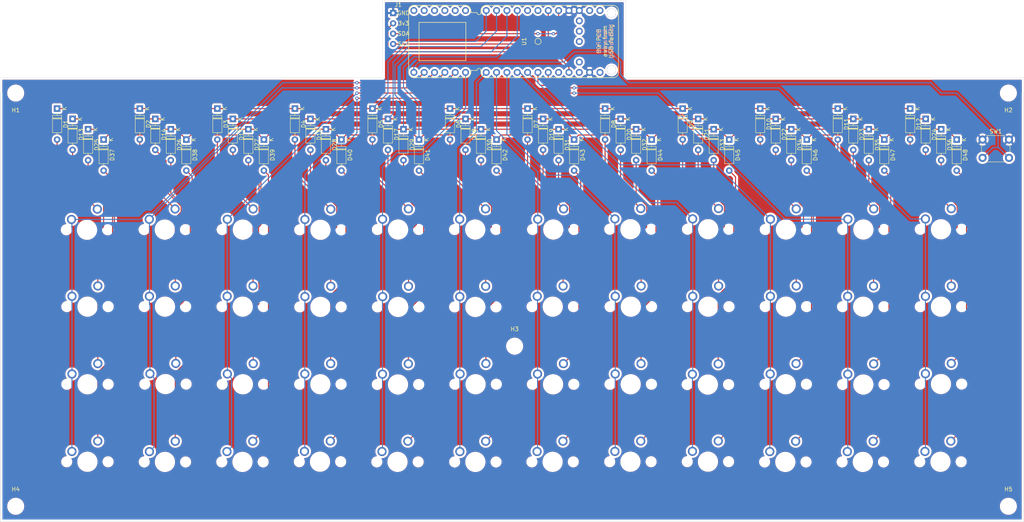
<source format=kicad_pcb>
(kicad_pcb (version 20171130) (host pcbnew "(5.1.6)-1")
  (layers (0 F.Cu signal) (31 B.Cu signal hide) (34 B.Paste user hide) (35 F.Paste user hide) (36 B.SilkS user hide) (37 F.SilkS user hide) (38 B.Mask user hide) (39 F.Mask user hide) (44 Edge.Cuts user))
  (net 0 "")
  (net 1 "Net-(D1-Pad2)")
  (net 2 ROW0)
  (net 3 "Net-(D2-Pad2)")
  (net 4 "Net-(D3-Pad2)")
  (net 5 "Net-(D4-Pad2)")
  (net 6 "Net-(D5-Pad2)")
  (net 7 "Net-(D6-Pad2)")
  (net 8 "Net-(D7-Pad2)")
  (net 9 "Net-(D8-Pad2)")
  (net 10 "Net-(D9-Pad2)")
  (net 11 "Net-(D10-Pad2)")
  (net 12 "Net-(D11-Pad2)")
  (net 13 "Net-(D12-Pad2)")
  (net 14 "Net-(D13-Pad2)")
  (net 15 ROW1)
  (net 16 "Net-(D14-Pad2)")
  (net 17 "Net-(D15-Pad2)")
  (net 18 "Net-(D16-Pad2)")
  (net 19 "Net-(D17-Pad2)")
  (net 20 "Net-(D18-Pad2)")
  (net 21 "Net-(D19-Pad2)")
  (net 22 "Net-(D20-Pad2)")
  (net 23 "Net-(D21-Pad2)")
  (net 24 "Net-(D22-Pad2)")
  (net 25 "Net-(D23-Pad2)")
  (net 26 "Net-(D24-Pad2)")
  (net 27 "Net-(D25-Pad2)")
  (net 28 ROW2)
  (net 29 "Net-(D26-Pad2)")
  (net 30 "Net-(D27-Pad2)")
  (net 31 "Net-(D28-Pad2)")
  (net 32 "Net-(D29-Pad2)")
  (net 33 "Net-(D30-Pad2)")
  (net 34 "Net-(D31-Pad2)")
  (net 35 "Net-(D32-Pad2)")
  (net 36 "Net-(D33-Pad2)")
  (net 37 "Net-(D34-Pad2)")
  (net 38 "Net-(D35-Pad2)")
  (net 39 "Net-(D36-Pad2)")
  (net 40 "Net-(D37-Pad2)")
  (net 41 ROW3)
  (net 42 "Net-(D38-Pad2)")
  (net 43 "Net-(D39-Pad2)")
  (net 44 "Net-(D40-Pad2)")
  (net 45 "Net-(D41-Pad2)")
  (net 46 "Net-(D42-Pad2)")
  (net 47 "Net-(D43-Pad2)")
  (net 48 "Net-(D44-Pad2)")
  (net 49 "Net-(D45-Pad2)")
  (net 50 "Net-(D46-Pad2)")
  (net 51 "Net-(D47-Pad2)")
  (net 52 "Net-(D48-Pad2)")
  (net 53 SCL)
  (net 54 SDA)
  (net 55 3.3V)
  (net 56 GND)
  (net 57 "Net-(SW1-Pad2)")
  (net 58 COL0)
  (net 59 COL1)
  (net 60 COL2)
  (net 61 COL3)
  (net 62 COL4)
  (net 63 COL5)
  (net 64 COL6)
  (net 65 COL7)
  (net 66 COL8)
  (net 67 COL9)
  (net 68 COL10)
  (net 69 COL11)
  (net 70 "Net-(U1-Pad5V)")
  (net 71 "Net-(U1-PadA10)")
  (net 72 "Net-(U1-PadA9)")
  (net 73 "Net-(U1-PadD+)")
  (net 74 "Net-(U1-PadD-)")
  (net 75 "Net-(U1-PadCHRG)")
  (net 76 "Net-(U1-PadB5)")
  (net 77 "Net-(U1-PadB4)")
  (net 78 "Net-(U1-PadA5)")
  (net 79 "Net-(U1-PadA7)")
  (net 80 "Net-(U1-PadA8)")
  (net 81 "Net-(U1-PadA6)")
  (net 82 "Net-(U1-PadA15)")
  (net 83 "Net-(U1-PadA4)")
  (net 84 "Net-(U1-PadDFU)")
  (net 85 "Net-(U1-PadA2)")
  (net 86 "Net-(U1-PadA3|5v)")
  (module MX_Only:MXOnly-1U-NoLED (layer F.Cu) (at 173.853367 88.083317)
    (fp_text reference SW9)
    (fp_text value CherryMX)
    (pad 2 thru_hole circle (at 2.54 -5.08) (size 2.25 2.25) (drill 1.47) (layers *.Cu B.Mask) (net 9 "Net-(D8-Pad2)"))
    (pad "" np_thru_hole circle (at 0 0) (size 3.9878 3.9878) (drill 3.9878) (layers *.Cu *.Mask))
    (pad 1 thru_hole circle (at -3.81 -2.54) (size 2.25 2.25) (drill 1.47) (layers *.Cu B.Mask) (net 65 COL7))
    (pad "" np_thru_hole circle (at -5.08 0 48.0996) (size 1.75 1.75) (drill 1.75) (layers *.Cu *.Mask))
    (pad "" np_thru_hole circle (at 5.08 0 48.0996) (size 1.75 1.75) (drill 1.75) (layers *.Cu *.Mask))
  )
  (module MX_Only:MXOnly-1U-NoLED (layer F.Cu) (at 116.779212 88.157632)
    (fp_text reference SW6)
    (fp_text value CherryMX)
    (pad 2 thru_hole circle (at 2.54 -5.08) (size 2.25 2.25) (drill 1.47) (layers *.Cu B.Mask) (net 6 "Net-(D5-Pad2)"))
    (pad "" np_thru_hole circle (at 0 0) (size 3.9878 3.9878) (drill 3.9878) (layers *.Cu *.Mask))
    (pad 1 thru_hole circle (at -3.81 -2.54) (size 2.25 2.25) (drill 1.47) (layers *.Cu B.Mask) (net 62 COL4))
    (pad "" np_thru_hole circle (at -5.08 0 48.0996) (size 1.75 1.75) (drill 1.75) (layers *.Cu *.Mask))
    (pad "" np_thru_hole circle (at 5.08 0 48.0996) (size 1.75 1.75) (drill 1.75) (layers *.Cu *.Mask))
  )
  (module cerkit48:PIN_HEADER_I2C (layer F.Cu) (at 116.84 32.385)
    (fp_text reference J1 (at 0 0.5) (layer F.SilkS))
    (fp_text value I2C)
    (fp_text user SCL (at 1.27 10.16) (layer F.SilkS))
    (fp_text user SDA (at 1.27 7.62) (layer F.SilkS))
    (fp_text user 3v3 (at 1.27 5.08) (layer F.SilkS))
    (fp_text user GND (at 1.27 2.54) (layer F.SilkS))
    (pad 4 thru_hole circle (at -1.27 10.16) (size 1.524 1.524) (drill 0.762) (layers *.Cu *.Mask) (net 53 SCL))
    (pad 3 thru_hole circle (at -1.27 7.62) (size 1.524 1.524) (drill 0.762) (layers *.Cu *.Mask) (net 54 SDA))
    (pad 2 thru_hole circle (at -1.27 5.08) (size 1.524 1.524) (drill 0.762) (layers *.Cu *.Mask) (net 55 3.3V))
    (pad 1 thru_hole rect (at -1.27 2.54) (size 1.524 1.524) (drill 0.762) (layers *.Cu *.Mask) (net 56 GND))
  )
  (module MountingHole:MountingHole_3.2mm_M3 (layer F.Cu) (at 266.7 156.21)
    (fp_text reference H5 (at 0 -4.2) (layer F.SilkS))
    (fp_text value MountingHole)
    (pad 1 np_thru_hole circle (at 0 0) (size 3.2 3.2) (drill 3.2) (layers *.Cu *.Mask))
  )
  (module MountingHole:MountingHole_3.2mm_M3 (layer F.Cu) (at 22.86 156.21)
    (fp_text reference H4 (at 0 -4.2) (layer F.SilkS))
    (fp_text value MountingHole)
    (pad 1 np_thru_hole circle (at 0 0) (size 3.2 3.2) (drill 3.2) (layers *.Cu *.Mask))
  )
  (module MountingHole:MountingHole_3.2mm_M3 (layer F.Cu) (at 145.415 116.84)
    (fp_text reference H3 (at 0 -4.2) (layer F.SilkS))
    (fp_text value MountingHole)
    (pad 1 np_thru_hole circle (at 0 0) (size 3.2 3.2) (drill 3.2) (layers *.Cu *.Mask))
  )
  (module MountingHole:MountingHole_3.2mm_M3 (layer F.Cu) (at 266.7 54.61 180)
    (fp_text reference H2 (at 0 -4.2) (layer F.SilkS))
    (fp_text value MountingHole)
    (pad 1 np_thru_hole circle (at 0 0 180) (size 3.2 3.2) (drill 3.2) (layers *.Cu *.Mask))
  )
  (module MountingHole:MountingHole_3.2mm_M3 (layer F.Cu) (at 22.86 54.61 180)
    (fp_text reference H1 (at 0 -4.2) (layer F.SilkS))
    (fp_text value MountingHole)
    (pad 1 np_thru_hole circle (at 0 0 180) (size 3.2 3.2) (drill 3.2) (layers *.Cu *.Mask))
  )
  (module MX_Only:MXOnly-1U-NoLED (layer F.Cu) (at 250.017254 145.268329)
    (fp_text reference SW49)
    (fp_text value CherryMX)
    (pad 2 thru_hole circle (at 2.54 -5.08) (size 2.25 2.25) (drill 1.47) (layers *.Cu B.Mask) (net 52 "Net-(D48-Pad2)"))
    (pad "" np_thru_hole circle (at 0 0) (size 3.9878 3.9878) (drill 3.9878) (layers *.Cu *.Mask))
    (pad 1 thru_hole circle (at -3.81 -2.54) (size 2.25 2.25) (drill 1.47) (layers *.Cu B.Mask) (net 69 COL11))
    (pad "" np_thru_hole circle (at -5.08 0 48.0996) (size 1.75 1.75) (drill 1.75) (layers *.Cu *.Mask))
    (pad "" np_thru_hole circle (at 5.08 0 48.0996) (size 1.75 1.75) (drill 1.75) (layers *.Cu *.Mask))
  )
  (module MX_Only:MXOnly-1U-NoLED (layer F.Cu) (at 230.947934 145.303492)
    (fp_text reference SW48)
    (fp_text value CherryMX)
    (pad 2 thru_hole circle (at 2.54 -5.08) (size 2.25 2.25) (drill 1.47) (layers *.Cu B.Mask) (net 51 "Net-(D47-Pad2)"))
    (pad "" np_thru_hole circle (at 0 0) (size 3.9878 3.9878) (drill 3.9878) (layers *.Cu *.Mask))
    (pad 1 thru_hole circle (at -3.81 -2.54) (size 2.25 2.25) (drill 1.47) (layers *.Cu B.Mask) (net 68 COL10))
    (pad "" np_thru_hole circle (at -5.08 0 48.0996) (size 1.75 1.75) (drill 1.75) (layers *.Cu *.Mask))
    (pad "" np_thru_hole circle (at 5.08 0 48.0996) (size 1.75 1.75) (drill 1.75) (layers *.Cu *.Mask))
  )
  (module MX_Only:MXOnly-1U-NoLED (layer F.Cu) (at 211.904637 145.303492)
    (fp_text reference SW47)
    (fp_text value CherryMX)
    (pad 2 thru_hole circle (at 2.54 -5.08) (size 2.25 2.25) (drill 1.47) (layers *.Cu B.Mask) (net 50 "Net-(D46-Pad2)"))
    (pad "" np_thru_hole circle (at 0 0) (size 3.9878 3.9878) (drill 3.9878) (layers *.Cu *.Mask))
    (pad 1 thru_hole circle (at -3.81 -2.54) (size 2.25 2.25) (drill 1.47) (layers *.Cu B.Mask) (net 67 COL9))
    (pad "" np_thru_hole circle (at -5.08 0 48.0996) (size 1.75 1.75) (drill 1.75) (layers *.Cu *.Mask))
    (pad "" np_thru_hole circle (at 5.08 0 48.0996) (size 1.75 1.75) (drill 1.75) (layers *.Cu *.Mask))
  )
  (module MX_Only:MXOnly-1U-NoLED (layer F.Cu) (at 192.897498 145.236095)
    (fp_text reference SW46)
    (fp_text value CherryMX)
    (pad 2 thru_hole circle (at 2.54 -5.08) (size 2.25 2.25) (drill 1.47) (layers *.Cu B.Mask) (net 49 "Net-(D45-Pad2)"))
    (pad "" np_thru_hole circle (at 0 0) (size 3.9878 3.9878) (drill 3.9878) (layers *.Cu *.Mask))
    (pad 1 thru_hole circle (at -3.81 -2.54) (size 2.25 2.25) (drill 1.47) (layers *.Cu B.Mask) (net 66 COL8))
    (pad "" np_thru_hole circle (at -5.08 0 48.0996) (size 1.75 1.75) (drill 1.75) (layers *.Cu *.Mask))
    (pad "" np_thru_hole circle (at 5.08 0 48.0996) (size 1.75 1.75) (drill 1.75) (layers *.Cu *.Mask))
  )
  (module MX_Only:MXOnly-1U-NoLED (layer F.Cu) (at 173.854473 145.256119)
    (fp_text reference SW45)
    (fp_text value CherryMX)
    (pad 2 thru_hole circle (at 2.54 -5.08) (size 2.25 2.25) (drill 1.47) (layers *.Cu B.Mask) (net 48 "Net-(D44-Pad2)"))
    (pad "" np_thru_hole circle (at 0 0) (size 3.9878 3.9878) (drill 3.9878) (layers *.Cu *.Mask))
    (pad 1 thru_hole circle (at -3.81 -2.54) (size 2.25 2.25) (drill 1.47) (layers *.Cu B.Mask) (net 65 COL7))
    (pad "" np_thru_hole circle (at -5.08 0 48.0996) (size 1.75 1.75) (drill 1.75) (layers *.Cu *.Mask))
    (pad "" np_thru_hole circle (at 5.08 0 48.0996) (size 1.75 1.75) (drill 1.75) (layers *.Cu *.Mask))
  )
  (module MX_Only:MXOnly-1U-NoLED (layer F.Cu) (at 154.740644 145.282563)
    (fp_text reference SW44)
    (fp_text value CherryMX)
    (pad 2 thru_hole circle (at 2.54 -5.08) (size 2.25 2.25) (drill 1.47) (layers *.Cu B.Mask) (net 47 "Net-(D43-Pad2)"))
    (pad "" np_thru_hole circle (at 0 0) (size 3.9878 3.9878) (drill 3.9878) (layers *.Cu *.Mask))
    (pad 1 thru_hole circle (at -3.81 -2.54) (size 2.25 2.25) (drill 1.47) (layers *.Cu B.Mask) (net 64 COL6))
    (pad "" np_thru_hole circle (at -5.08 0 48.0996) (size 1.75 1.75) (drill 1.75) (layers *.Cu *.Mask))
    (pad "" np_thru_hole circle (at 5.08 0 48.0996) (size 1.75 1.75) (drill 1.75) (layers *.Cu *.Mask))
  )
  (module MX_Only:MXOnly-1U-NoLED (layer F.Cu) (at 135.767876 145.30019)
    (fp_text reference SW43)
    (fp_text value CherryMX)
    (pad 2 thru_hole circle (at 2.54 -5.08) (size 2.25 2.25) (drill 1.47) (layers *.Cu B.Mask) (net 46 "Net-(D42-Pad2)"))
    (pad "" np_thru_hole circle (at 0 0) (size 3.9878 3.9878) (drill 3.9878) (layers *.Cu *.Mask))
    (pad 1 thru_hole circle (at -3.81 -2.54) (size 2.25 2.25) (drill 1.47) (layers *.Cu B.Mask) (net 63 COL5))
    (pad "" np_thru_hole circle (at -5.08 0 48.0996) (size 1.75 1.75) (drill 1.75) (layers *.Cu *.Mask))
    (pad "" np_thru_hole circle (at 5.08 0 48.0996) (size 1.75 1.75) (drill 1.75) (layers *.Cu *.Mask))
  )
  (module MX_Only:MXOnly-1U-NoLED (layer F.Cu) (at 116.64523 145.286961)
    (fp_text reference SW42)
    (fp_text value CherryMX)
    (pad 2 thru_hole circle (at 2.54 -5.08) (size 2.25 2.25) (drill 1.47) (layers *.Cu B.Mask) (net 45 "Net-(D41-Pad2)"))
    (pad "" np_thru_hole circle (at 0 0) (size 3.9878 3.9878) (drill 3.9878) (layers *.Cu *.Mask))
    (pad 1 thru_hole circle (at -3.81 -2.54) (size 2.25 2.25) (drill 1.47) (layers *.Cu B.Mask) (net 62 COL4))
    (pad "" np_thru_hole circle (at -5.08 0 48.0996) (size 1.75 1.75) (drill 1.75) (layers *.Cu *.Mask))
    (pad "" np_thru_hole circle (at 5.08 0 48.0996) (size 1.75 1.75) (drill 1.75) (layers *.Cu *.Mask))
  )
  (module MX_Only:MXOnly-1U-NoLED (layer F.Cu) (at 97.601933 145.247281)
    (fp_text reference SW41)
    (fp_text value CherryMX)
    (pad 2 thru_hole circle (at 2.54 -5.08) (size 2.25 2.25) (drill 1.47) (layers *.Cu B.Mask) (net 44 "Net-(D40-Pad2)"))
    (pad "" np_thru_hole circle (at 0 0) (size 3.9878 3.9878) (drill 3.9878) (layers *.Cu *.Mask))
    (pad 1 thru_hole circle (at -3.81 -2.54) (size 2.25 2.25) (drill 1.47) (layers *.Cu B.Mask) (net 61 COL3))
    (pad "" np_thru_hole circle (at -5.08 0 48.0996) (size 1.75 1.75) (drill 1.75) (layers *.Cu *.Mask))
    (pad "" np_thru_hole circle (at 5.08 0 48.0996) (size 1.75 1.75) (drill 1.75) (layers *.Cu *.Mask))
  )
  (module MX_Only:MXOnly-1U-NoLED (layer F.Cu) (at 78.558636 145.295766)
    (fp_text reference SW40)
    (fp_text value CherryMX)
    (pad 2 thru_hole circle (at 2.54 -5.08) (size 2.25 2.25) (drill 1.47) (layers *.Cu B.Mask) (net 43 "Net-(D39-Pad2)"))
    (pad "" np_thru_hole circle (at 0 0) (size 3.9878 3.9878) (drill 3.9878) (layers *.Cu *.Mask))
    (pad 1 thru_hole circle (at -3.81 -2.54) (size 2.25 2.25) (drill 1.47) (layers *.Cu B.Mask) (net 60 COL2))
    (pad "" np_thru_hole circle (at -5.08 0 48.0996) (size 1.75 1.75) (drill 1.75) (layers *.Cu *.Mask))
    (pad "" np_thru_hole circle (at 5.08 0 48.0996) (size 1.75 1.75) (drill 1.75) (layers *.Cu *.Mask))
  )
  (module MX_Only:MXOnly-1U-NoLED (layer F.Cu) (at 59.515339 145.300169)
    (fp_text reference SW39)
    (fp_text value CherryMX)
    (pad 2 thru_hole circle (at 2.54 -5.08) (size 2.25 2.25) (drill 1.47) (layers *.Cu B.Mask) (net 42 "Net-(D38-Pad2)"))
    (pad "" np_thru_hole circle (at 0 0) (size 3.9878 3.9878) (drill 3.9878) (layers *.Cu *.Mask))
    (pad 1 thru_hole circle (at -3.81 -2.54) (size 2.25 2.25) (drill 1.47) (layers *.Cu B.Mask) (net 59 COL1))
    (pad "" np_thru_hole circle (at -5.08 0 48.0996) (size 1.75 1.75) (drill 1.75) (layers *.Cu *.Mask))
    (pad "" np_thru_hole circle (at 5.08 0 48.0996) (size 1.75 1.75) (drill 1.75) (layers *.Cu *.Mask))
  )
  (module MX_Only:MXOnly-1U-NoLED (layer F.Cu) (at 40.472042 145.264898)
    (fp_text reference SW38)
    (fp_text value CherryMX)
    (pad 2 thru_hole circle (at 2.54 -5.08) (size 2.25 2.25) (drill 1.47) (layers *.Cu B.Mask) (net 40 "Net-(D37-Pad2)"))
    (pad "" np_thru_hole circle (at 0 0) (size 3.9878 3.9878) (drill 3.9878) (layers *.Cu *.Mask))
    (pad 1 thru_hole circle (at -3.81 -2.54) (size 2.25 2.25) (drill 1.47) (layers *.Cu B.Mask) (net 58 COL0))
    (pad "" np_thru_hole circle (at -5.08 0 48.0996) (size 1.75 1.75) (drill 1.75) (layers *.Cu *.Mask))
    (pad "" np_thru_hole circle (at 5.08 0 48.0996) (size 1.75 1.75) (drill 1.75) (layers *.Cu *.Mask))
  )
  (module MX_Only:MXOnly-1U-NoLED (layer F.Cu) (at 250.137308 126.155185)
    (fp_text reference SW37)
    (fp_text value CherryMX)
    (pad 2 thru_hole circle (at 2.54 -5.08) (size 2.25 2.25) (drill 1.47) (layers *.Cu B.Mask) (net 39 "Net-(D36-Pad2)"))
    (pad "" np_thru_hole circle (at 0 0) (size 3.9878 3.9878) (drill 3.9878) (layers *.Cu *.Mask))
    (pad 1 thru_hole circle (at -3.81 -2.54) (size 2.25 2.25) (drill 1.47) (layers *.Cu B.Mask) (net 69 COL11))
    (pad "" np_thru_hole circle (at -5.08 0 48.0996) (size 1.75 1.75) (drill 1.75) (layers *.Cu *.Mask))
    (pad "" np_thru_hole circle (at 5.08 0 48.0996) (size 1.75 1.75) (drill 1.75) (layers *.Cu *.Mask))
  )
  (module MX_Only:MXOnly-1U-NoLED (layer F.Cu) (at 231.064277 126.266653)
    (fp_text reference SW36)
    (fp_text value CherryMX)
    (pad 2 thru_hole circle (at 2.54 -5.08) (size 2.25 2.25) (drill 1.47) (layers *.Cu B.Mask) (net 38 "Net-(D35-Pad2)"))
    (pad "" np_thru_hole circle (at 0 0) (size 3.9878 3.9878) (drill 3.9878) (layers *.Cu *.Mask))
    (pad 1 thru_hole circle (at -3.81 -2.54) (size 2.25 2.25) (drill 1.47) (layers *.Cu B.Mask) (net 68 COL10))
    (pad "" np_thru_hole circle (at -5.08 0 48.0996) (size 1.75 1.75) (drill 1.75) (layers *.Cu *.Mask))
    (pad "" np_thru_hole circle (at 5.08 0 48.0996) (size 1.75 1.75) (drill 1.75) (layers *.Cu *.Mask))
  )
  (module MX_Only:MXOnly-1U-NoLED (layer F.Cu) (at 212.000512 126.20519)
    (fp_text reference SW35)
    (fp_text value CherryMX)
    (pad 2 thru_hole circle (at 2.54 -5.08) (size 2.25 2.25) (drill 1.47) (layers *.Cu B.Mask) (net 37 "Net-(D34-Pad2)"))
    (pad "" np_thru_hole circle (at 0 0) (size 3.9878 3.9878) (drill 3.9878) (layers *.Cu *.Mask))
    (pad 1 thru_hole circle (at -3.81 -2.54) (size 2.25 2.25) (drill 1.47) (layers *.Cu B.Mask) (net 67 COL9))
    (pad "" np_thru_hole circle (at -5.08 0 48.0996) (size 1.75 1.75) (drill 1.75) (layers *.Cu *.Mask))
    (pad "" np_thru_hole circle (at 5.08 0 48.0996) (size 1.75 1.75) (drill 1.75) (layers *.Cu *.Mask))
  )
  (module MX_Only:MXOnly-1U-NoLED (layer F.Cu) (at 192.878085 126.281384)
    (fp_text reference SW34)
    (fp_text value CherryMX)
    (pad 2 thru_hole circle (at 2.54 -5.08) (size 2.25 2.25) (drill 1.47) (layers *.Cu B.Mask) (net 36 "Net-(D33-Pad2)"))
    (pad "" np_thru_hole circle (at 0 0) (size 3.9878 3.9878) (drill 3.9878) (layers *.Cu *.Mask))
    (pad 1 thru_hole circle (at -3.81 -2.54) (size 2.25 2.25) (drill 1.47) (layers *.Cu B.Mask) (net 66 COL8))
    (pad "" np_thru_hole circle (at -5.08 0 48.0996) (size 1.75 1.75) (drill 1.75) (layers *.Cu *.Mask))
    (pad "" np_thru_hole circle (at 5.08 0 48.0996) (size 1.75 1.75) (drill 1.75) (layers *.Cu *.Mask))
  )
  (module MX_Only:MXOnly-1U-NoLED (layer F.Cu) (at 173.927682 126.207069)
    (fp_text reference SW33)
    (fp_text value CherryMX)
    (pad 2 thru_hole circle (at 2.54 -5.08) (size 2.25 2.25) (drill 1.47) (layers *.Cu B.Mask) (net 35 "Net-(D32-Pad2)"))
    (pad "" np_thru_hole circle (at 0 0) (size 3.9878 3.9878) (drill 3.9878) (layers *.Cu *.Mask))
    (pad 1 thru_hole circle (at -3.81 -2.54) (size 2.25 2.25) (drill 1.47) (layers *.Cu B.Mask) (net 65 COL7))
    (pad "" np_thru_hole circle (at -5.08 0 48.0996) (size 1.75 1.75) (drill 1.75) (layers *.Cu *.Mask))
    (pad "" np_thru_hole circle (at 5.08 0 48.0996) (size 1.75 1.75) (drill 1.75) (layers *.Cu *.Mask))
  )
  (module MX_Only:MXOnly-1U-NoLED (layer F.Cu) (at 154.851926 126.221223)
    (fp_text reference SW32)
    (fp_text value CherryMX)
    (pad 2 thru_hole circle (at 2.54 -5.08) (size 2.25 2.25) (drill 1.47) (layers *.Cu B.Mask) (net 34 "Net-(D31-Pad2)"))
    (pad "" np_thru_hole circle (at 0 0) (size 3.9878 3.9878) (drill 3.9878) (layers *.Cu *.Mask))
    (pad 1 thru_hole circle (at -3.81 -2.54) (size 2.25 2.25) (drill 1.47) (layers *.Cu B.Mask) (net 64 COL6))
    (pad "" np_thru_hole circle (at -5.08 0 48.0996) (size 1.75 1.75) (drill 1.75) (layers *.Cu *.Mask))
    (pad "" np_thru_hole circle (at 5.08 0 48.0996) (size 1.75 1.75) (drill 1.75) (layers *.Cu *.Mask))
  )
  (module MX_Only:MXOnly-1U-NoLED (layer F.Cu) (at 135.820576 126.20205)
    (fp_text reference SW31)
    (fp_text value CherryMX)
    (pad 2 thru_hole circle (at 2.54 -5.08) (size 2.25 2.25) (drill 1.47) (layers *.Cu B.Mask) (net 33 "Net-(D30-Pad2)"))
    (pad "" np_thru_hole circle (at 0 0) (size 3.9878 3.9878) (drill 3.9878) (layers *.Cu *.Mask))
    (pad 1 thru_hole circle (at -3.81 -2.54) (size 2.25 2.25) (drill 1.47) (layers *.Cu B.Mask) (net 63 COL5))
    (pad "" np_thru_hole circle (at -5.08 0 48.0996) (size 1.75 1.75) (drill 1.75) (layers *.Cu *.Mask))
    (pad "" np_thru_hole circle (at 5.08 0 48.0996) (size 1.75 1.75) (drill 1.75) (layers *.Cu *.Mask))
  )
  (module MX_Only:MXOnly-1U-NoLED (layer F.Cu) (at 116.758698 126.257779)
    (fp_text reference SW30)
    (fp_text value CherryMX)
    (pad 2 thru_hole circle (at 2.54 -5.08) (size 2.25 2.25) (drill 1.47) (layers *.Cu B.Mask) (net 32 "Net-(D29-Pad2)"))
    (pad "" np_thru_hole circle (at 0 0) (size 3.9878 3.9878) (drill 3.9878) (layers *.Cu *.Mask))
    (pad 1 thru_hole circle (at -3.81 -2.54) (size 2.25 2.25) (drill 1.47) (layers *.Cu B.Mask) (net 62 COL4))
    (pad "" np_thru_hole circle (at -5.08 0 48.0996) (size 1.75 1.75) (drill 1.75) (layers *.Cu *.Mask))
    (pad "" np_thru_hole circle (at 5.08 0 48.0996) (size 1.75 1.75) (drill 1.75) (layers *.Cu *.Mask))
  )
  (module MX_Only:MXOnly-1U-NoLED (layer F.Cu) (at 97.690097 126.203984)
    (fp_text reference SW29)
    (fp_text value CherryMX)
    (pad 2 thru_hole circle (at 2.54 -5.08) (size 2.25 2.25) (drill 1.47) (layers *.Cu B.Mask) (net 31 "Net-(D28-Pad2)"))
    (pad "" np_thru_hole circle (at 0 0) (size 3.9878 3.9878) (drill 3.9878) (layers *.Cu *.Mask))
    (pad 1 thru_hole circle (at -3.81 -2.54) (size 2.25 2.25) (drill 1.47) (layers *.Cu B.Mask) (net 61 COL3))
    (pad "" np_thru_hole circle (at -5.08 0 48.0996) (size 1.75 1.75) (drill 1.75) (layers *.Cu *.Mask))
    (pad "" np_thru_hole circle (at 5.08 0 48.0996) (size 1.75 1.75) (drill 1.75) (layers *.Cu *.Mask))
  )
  (module MX_Only:MXOnly-1U-NoLED (layer F.Cu) (at 78.660651 126.210529)
    (fp_text reference SW28)
    (fp_text value CherryMX)
    (pad 2 thru_hole circle (at 2.54 -5.08) (size 2.25 2.25) (drill 1.47) (layers *.Cu B.Mask) (net 30 "Net-(D27-Pad2)"))
    (pad "" np_thru_hole circle (at 0 0) (size 3.9878 3.9878) (drill 3.9878) (layers *.Cu *.Mask))
    (pad 1 thru_hole circle (at -3.81 -2.54) (size 2.25 2.25) (drill 1.47) (layers *.Cu B.Mask) (net 60 COL2))
    (pad "" np_thru_hole circle (at -5.08 0 48.0996) (size 1.75 1.75) (drill 1.75) (layers *.Cu *.Mask))
    (pad "" np_thru_hole circle (at 5.08 0 48.0996) (size 1.75 1.75) (drill 1.75) (layers *.Cu *.Mask))
  )
  (module MX_Only:MXOnly-1U-NoLED (layer F.Cu) (at 59.645707 126.163807)
    (fp_text reference SW27)
    (fp_text value CherryMX)
    (pad 2 thru_hole circle (at 2.54 -5.08) (size 2.25 2.25) (drill 1.47) (layers *.Cu B.Mask) (net 29 "Net-(D26-Pad2)"))
    (pad "" np_thru_hole circle (at 0 0) (size 3.9878 3.9878) (drill 3.9878) (layers *.Cu *.Mask))
    (pad 1 thru_hole circle (at -3.81 -2.54) (size 2.25 2.25) (drill 1.47) (layers *.Cu B.Mask) (net 59 COL1))
    (pad "" np_thru_hole circle (at -5.08 0 48.0996) (size 1.75 1.75) (drill 1.75) (layers *.Cu *.Mask))
    (pad "" np_thru_hole circle (at 5.08 0 48.0996) (size 1.75 1.75) (drill 1.75) (layers *.Cu *.Mask))
  )
  (module MX_Only:MXOnly-1U-NoLED (layer F.Cu) (at 40.490936 126.212107)
    (fp_text reference SW26)
    (fp_text value CherryMX)
    (pad 2 thru_hole circle (at 2.54 -5.08) (size 2.25 2.25) (drill 1.47) (layers *.Cu B.Mask) (net 27 "Net-(D25-Pad2)"))
    (pad "" np_thru_hole circle (at 0 0) (size 3.9878 3.9878) (drill 3.9878) (layers *.Cu *.Mask))
    (pad 1 thru_hole circle (at -3.81 -2.54) (size 2.25 2.25) (drill 1.47) (layers *.Cu B.Mask) (net 58 COL0))
    (pad "" np_thru_hole circle (at -5.08 0 48.0996) (size 1.75 1.75) (drill 1.75) (layers *.Cu *.Mask))
    (pad "" np_thru_hole circle (at 5.08 0 48.0996) (size 1.75 1.75) (drill 1.75) (layers *.Cu *.Mask))
  )
  (module MX_Only:MXOnly-1U-NoLED (layer F.Cu) (at 250.137308 107.130467)
    (fp_text reference SW25)
    (fp_text value CherryMX)
    (pad 2 thru_hole circle (at 2.54 -5.08) (size 2.25 2.25) (drill 1.47) (layers *.Cu B.Mask) (net 26 "Net-(D24-Pad2)"))
    (pad "" np_thru_hole circle (at 0 0) (size 3.9878 3.9878) (drill 3.9878) (layers *.Cu *.Mask))
    (pad 1 thru_hole circle (at -3.81 -2.54) (size 2.25 2.25) (drill 1.47) (layers *.Cu B.Mask) (net 69 COL11))
    (pad "" np_thru_hole circle (at -5.08 0 48.0996) (size 1.75 1.75) (drill 1.75) (layers *.Cu *.Mask))
    (pad "" np_thru_hole circle (at 5.08 0 48.0996) (size 1.75 1.75) (drill 1.75) (layers *.Cu *.Mask))
  )
  (module MX_Only:MXOnly-1U-NoLED (layer F.Cu) (at 231.038275 107.130467)
    (fp_text reference SW24)
    (fp_text value CherryMX)
    (pad 2 thru_hole circle (at 2.54 -5.08) (size 2.25 2.25) (drill 1.47) (layers *.Cu B.Mask) (net 25 "Net-(D23-Pad2)"))
    (pad "" np_thru_hole circle (at 0 0) (size 3.9878 3.9878) (drill 3.9878) (layers *.Cu *.Mask))
    (pad 1 thru_hole circle (at -3.81 -2.54) (size 2.25 2.25) (drill 1.47) (layers *.Cu B.Mask) (net 68 COL10))
    (pad "" np_thru_hole circle (at -5.08 0 48.0996) (size 1.75 1.75) (drill 1.75) (layers *.Cu *.Mask))
    (pad "" np_thru_hole circle (at 5.08 0 48.0996) (size 1.75 1.75) (drill 1.75) (layers *.Cu *.Mask))
  )
  (module MX_Only:MXOnly-1U-NoLED (layer F.Cu) (at 212.051434 107.108035)
    (fp_text reference SW23)
    (fp_text value CherryMX)
    (pad 2 thru_hole circle (at 2.54 -5.08) (size 2.25 2.25) (drill 1.47) (layers *.Cu B.Mask) (net 24 "Net-(D22-Pad2)"))
    (pad "" np_thru_hole circle (at 0 0) (size 3.9878 3.9878) (drill 3.9878) (layers *.Cu *.Mask))
    (pad 1 thru_hole circle (at -3.81 -2.54) (size 2.25 2.25) (drill 1.47) (layers *.Cu B.Mask) (net 67 COL9))
    (pad "" np_thru_hole circle (at -5.08 0 48.0996) (size 1.75 1.75) (drill 1.75) (layers *.Cu *.Mask))
    (pad "" np_thru_hole circle (at 5.08 0 48.0996) (size 1.75 1.75) (drill 1.75) (layers *.Cu *.Mask))
  )
  (module MX_Only:MXOnly-1U-NoLED (layer F.Cu) (at 192.975677 107.122189)
    (fp_text reference SW22)
    (fp_text value CherryMX)
    (pad 2 thru_hole circle (at 2.54 -5.08) (size 2.25 2.25) (drill 1.47) (layers *.Cu B.Mask) (net 23 "Net-(D21-Pad2)"))
    (pad "" np_thru_hole circle (at 0 0) (size 3.9878 3.9878) (drill 3.9878) (layers *.Cu *.Mask))
    (pad 1 thru_hole circle (at -3.81 -2.54) (size 2.25 2.25) (drill 1.47) (layers *.Cu B.Mask) (net 66 COL8))
    (pad "" np_thru_hole circle (at -5.08 0 48.0996) (size 1.75 1.75) (drill 1.75) (layers *.Cu *.Mask))
    (pad "" np_thru_hole circle (at 5.08 0 48.0996) (size 1.75 1.75) (drill 1.75) (layers *.Cu *.Mask))
  )
  (module MX_Only:MXOnly-1U-NoLED (layer F.Cu) (at 173.950959 107.122189)
    (fp_text reference SW21)
    (fp_text value CherryMX)
    (pad 2 thru_hole circle (at 2.54 -5.08) (size 2.25 2.25) (drill 1.47) (layers *.Cu B.Mask) (net 22 "Net-(D20-Pad2)"))
    (pad "" np_thru_hole circle (at 0 0) (size 3.9878 3.9878) (drill 3.9878) (layers *.Cu *.Mask))
    (pad 1 thru_hole circle (at -3.81 -2.54) (size 2.25 2.25) (drill 1.47) (layers *.Cu B.Mask) (net 65 COL7))
    (pad "" np_thru_hole circle (at -5.08 0 48.0996) (size 1.75 1.75) (drill 1.75) (layers *.Cu *.Mask))
    (pad "" np_thru_hole circle (at 5.08 0 48.0996) (size 1.75 1.75) (drill 1.75) (layers *.Cu *.Mask))
  )
  (module MX_Only:MXOnly-1U-NoLED (layer F.Cu) (at 154.77761 107.122189)
    (fp_text reference SW20)
    (fp_text value CherryMX)
    (pad 2 thru_hole circle (at 2.54 -5.08) (size 2.25 2.25) (drill 1.47) (layers *.Cu B.Mask) (net 21 "Net-(D19-Pad2)"))
    (pad "" np_thru_hole circle (at 0 0) (size 3.9878 3.9878) (drill 3.9878) (layers *.Cu *.Mask))
    (pad 1 thru_hole circle (at -3.81 -2.54) (size 2.25 2.25) (drill 1.47) (layers *.Cu B.Mask) (net 64 COL6))
    (pad "" np_thru_hole circle (at -5.08 0 48.0996) (size 1.75 1.75) (drill 1.75) (layers *.Cu *.Mask))
    (pad "" np_thru_hole circle (at 5.08 0 48.0996) (size 1.75 1.75) (drill 1.75) (layers *.Cu *.Mask))
  )
  (module MX_Only:MXOnly-1U-NoLED (layer F.Cu) (at 135.752892 107.196504)
    (fp_text reference SW19)
    (fp_text value CherryMX)
    (pad 2 thru_hole circle (at 2.54 -5.08) (size 2.25 2.25) (drill 1.47) (layers *.Cu B.Mask) (net 20 "Net-(D18-Pad2)"))
    (pad "" np_thru_hole circle (at 0 0) (size 3.9878 3.9878) (drill 3.9878) (layers *.Cu *.Mask))
    (pad 1 thru_hole circle (at -3.81 -2.54) (size 2.25 2.25) (drill 1.47) (layers *.Cu B.Mask) (net 63 COL5))
    (pad "" np_thru_hole circle (at -5.08 0 48.0996) (size 1.75 1.75) (drill 1.75) (layers *.Cu *.Mask))
    (pad "" np_thru_hole circle (at 5.08 0 48.0996) (size 1.75 1.75) (drill 1.75) (layers *.Cu *.Mask))
  )
  (module MX_Only:MXOnly-1U-NoLED (layer F.Cu) (at 116.802489 107.196504)
    (fp_text reference SW18)
    (fp_text value CherryMX)
    (pad 2 thru_hole circle (at 2.54 -5.08) (size 2.25 2.25) (drill 1.47) (layers *.Cu B.Mask) (net 19 "Net-(D17-Pad2)"))
    (pad "" np_thru_hole circle (at 0 0) (size 3.9878 3.9878) (drill 3.9878) (layers *.Cu *.Mask))
    (pad 1 thru_hole circle (at -3.81 -2.54) (size 2.25 2.25) (drill 1.47) (layers *.Cu B.Mask) (net 62 COL4))
    (pad "" np_thru_hole circle (at -5.08 0 48.0996) (size 1.75 1.75) (drill 1.75) (layers *.Cu *.Mask))
    (pad "" np_thru_hole circle (at 5.08 0 48.0996) (size 1.75 1.75) (drill 1.75) (layers *.Cu *.Mask))
  )
  (module MX_Only:MXOnly-1U-NoLED (layer F.Cu) (at 97.713722 107.187389)
    (fp_text reference SW17)
    (fp_text value CherryMX)
    (pad 2 thru_hole circle (at 2.54 -5.08) (size 2.25 2.25) (drill 1.47) (layers *.Cu B.Mask) (net 18 "Net-(D16-Pad2)"))
    (pad "" np_thru_hole circle (at 0 0) (size 3.9878 3.9878) (drill 3.9878) (layers *.Cu *.Mask))
    (pad 1 thru_hole circle (at -3.81 -2.54) (size 2.25 2.25) (drill 1.47) (layers *.Cu B.Mask) (net 61 COL3))
    (pad "" np_thru_hole circle (at -5.08 0 48.0996) (size 1.75 1.75) (drill 1.75) (layers *.Cu *.Mask))
    (pad "" np_thru_hole circle (at 5.08 0 48.0996) (size 1.75 1.75) (drill 1.75) (layers *.Cu *.Mask))
  )
  (module MX_Only:MXOnly-1U-NoLED (layer F.Cu) (at 78.614688 107.113073)
    (fp_text reference SW16)
    (fp_text value CherryMX)
    (pad 2 thru_hole circle (at 2.54 -5.08) (size 2.25 2.25) (drill 1.47) (layers *.Cu B.Mask) (net 17 "Net-(D15-Pad2)"))
    (pad "" np_thru_hole circle (at 0 0) (size 3.9878 3.9878) (drill 3.9878) (layers *.Cu *.Mask))
    (pad 1 thru_hole circle (at -3.81 -2.54) (size 2.25 2.25) (drill 1.47) (layers *.Cu B.Mask) (net 60 COL2))
    (pad "" np_thru_hole circle (at -5.08 0 48.0996) (size 1.75 1.75) (drill 1.75) (layers *.Cu *.Mask))
    (pad "" np_thru_hole circle (at 5.08 0 48.0996) (size 1.75 1.75) (drill 1.75) (layers *.Cu *.Mask))
  )
  (module MX_Only:MXOnly-1U-NoLED (layer F.Cu) (at 59.515655 107.113073)
    (fp_text reference SW15)
    (fp_text value CherryMX)
    (pad 2 thru_hole circle (at 2.54 -5.08) (size 2.25 2.25) (drill 1.47) (layers *.Cu B.Mask) (net 16 "Net-(D14-Pad2)"))
    (pad "" np_thru_hole circle (at 0 0) (size 3.9878 3.9878) (drill 3.9878) (layers *.Cu *.Mask))
    (pad 1 thru_hole circle (at -3.81 -2.54) (size 2.25 2.25) (drill 1.47) (layers *.Cu B.Mask) (net 59 COL1))
    (pad "" np_thru_hole circle (at -5.08 0 48.0996) (size 1.75 1.75) (drill 1.75) (layers *.Cu *.Mask))
    (pad "" np_thru_hole circle (at 5.08 0 48.0996) (size 1.75 1.75) (drill 1.75) (layers *.Cu *.Mask))
  )
  (module MX_Only:MXOnly-1U-NoLED (layer F.Cu) (at 40.490936 107.113073)
    (fp_text reference SW14)
    (fp_text value CherryMX)
    (pad 2 thru_hole circle (at 2.54 -5.08) (size 2.25 2.25) (drill 1.47) (layers *.Cu B.Mask) (net 14 "Net-(D13-Pad2)"))
    (pad "" np_thru_hole circle (at 0 0) (size 3.9878 3.9878) (drill 3.9878) (layers *.Cu *.Mask))
    (pad 1 thru_hole circle (at -3.81 -2.54) (size 2.25 2.25) (drill 1.47) (layers *.Cu B.Mask) (net 58 COL0))
    (pad "" np_thru_hole circle (at -5.08 0 48.0996) (size 1.75 1.75) (drill 1.75) (layers *.Cu *.Mask))
    (pad "" np_thru_hole circle (at 5.08 0 48.0996) (size 1.75 1.75) (drill 1.75) (layers *.Cu *.Mask))
  )
  (module MX_Only:MXOnly-1U-NoLED (layer F.Cu) (at 250.137308 88.105749)
    (fp_text reference SW13)
    (fp_text value CherryMX)
    (pad 2 thru_hole circle (at 2.54 -5.08) (size 2.25 2.25) (drill 1.47) (layers *.Cu B.Mask) (net 13 "Net-(D12-Pad2)"))
    (pad "" np_thru_hole circle (at 0 0) (size 3.9878 3.9878) (drill 3.9878) (layers *.Cu *.Mask))
    (pad 1 thru_hole circle (at -3.81 -2.54) (size 2.25 2.25) (drill 1.47) (layers *.Cu B.Mask) (net 69 COL11))
    (pad "" np_thru_hole circle (at -5.08 0 48.0996) (size 1.75 1.75) (drill 1.75) (layers *.Cu *.Mask))
    (pad "" np_thru_hole circle (at 5.08 0 48.0996) (size 1.75 1.75) (drill 1.75) (layers *.Cu *.Mask))
  )
  (module MX_Only:MXOnly-1U-NoLED (layer F.Cu) (at 231.076152 88.157632)
    (fp_text reference SW12)
    (fp_text value CherryMX)
    (pad 2 thru_hole circle (at 2.54 -5.08) (size 2.25 2.25) (drill 1.47) (layers *.Cu B.Mask) (net 12 "Net-(D11-Pad2)"))
    (pad "" np_thru_hole circle (at 0 0) (size 3.9878 3.9878) (drill 3.9878) (layers *.Cu *.Mask))
    (pad 1 thru_hole circle (at -3.81 -2.54) (size 2.25 2.25) (drill 1.47) (layers *.Cu B.Mask) (net 68 COL10))
    (pad "" np_thru_hole circle (at -5.08 0 48.0996) (size 1.75 1.75) (drill 1.75) (layers *.Cu *.Mask))
    (pad "" np_thru_hole circle (at 5.08 0 48.0996) (size 1.75 1.75) (drill 1.75) (layers *.Cu *.Mask))
  )
  (module MX_Only:MXOnly-1U-NoLED (layer F.Cu) (at 212.051434 88.157632)
    (fp_text reference SW11)
    (fp_text value CherryMX)
    (pad 2 thru_hole circle (at 2.54 -5.08) (size 2.25 2.25) (drill 1.47) (layers *.Cu B.Mask) (net 11 "Net-(D10-Pad2)"))
    (pad "" np_thru_hole circle (at 0 0) (size 3.9878 3.9878) (drill 3.9878) (layers *.Cu *.Mask))
    (pad 1 thru_hole circle (at -3.81 -2.54) (size 2.25 2.25) (drill 1.47) (layers *.Cu B.Mask) (net 67 COL9))
    (pad "" np_thru_hole circle (at -5.08 0 48.0996) (size 1.75 1.75) (drill 1.75) (layers *.Cu *.Mask))
    (pad "" np_thru_hole circle (at 5.08 0 48.0996) (size 1.75 1.75) (drill 1.75) (layers *.Cu *.Mask))
  )
  (module MX_Only:MXOnly-1U-NoLED (layer F.Cu) (at 192.9524 88.083317)
    (fp_text reference SW10)
    (fp_text value CherryMX)
    (pad 2 thru_hole circle (at 2.54 -5.08) (size 2.25 2.25) (drill 1.47) (layers *.Cu B.Mask) (net 10 "Net-(D9-Pad2)"))
    (pad "" np_thru_hole circle (at 0 0) (size 3.9878 3.9878) (drill 3.9878) (layers *.Cu *.Mask))
    (pad 1 thru_hole circle (at -3.81 -2.54) (size 2.25 2.25) (drill 1.47) (layers *.Cu B.Mask) (net 66 COL8))
    (pad "" np_thru_hole circle (at -5.08 0 48.0996) (size 1.75 1.75) (drill 1.75) (layers *.Cu *.Mask))
    (pad "" np_thru_hole circle (at 5.08 0 48.0996) (size 1.75 1.75) (drill 1.75) (layers *.Cu *.Mask))
  )
  (module MX_Only:MXOnly-1U-NoLED (layer F.Cu) (at 154.902964 88.157632)
    (fp_text reference SW8)
    (fp_text value CherryMX)
    (pad 2 thru_hole circle (at 2.54 -5.08) (size 2.25 2.25) (drill 1.47) (layers *.Cu B.Mask) (net 8 "Net-(D7-Pad2)"))
    (pad "" np_thru_hole circle (at 0 0) (size 3.9878 3.9878) (drill 3.9878) (layers *.Cu *.Mask))
    (pad 1 thru_hole circle (at -3.81 -2.54) (size 2.25 2.25) (drill 1.47) (layers *.Cu B.Mask) (net 64 COL6))
    (pad "" np_thru_hole circle (at -5.08 0 48.0996) (size 1.75 1.75) (drill 1.75) (layers *.Cu *.Mask))
    (pad "" np_thru_hole circle (at 5.08 0 48.0996) (size 1.75 1.75) (drill 1.75) (layers *.Cu *.Mask))
  )
  (module MX_Only:MXOnly-1U-NoLED (layer F.Cu) (at 135.729615 88.157632)
    (fp_text reference SW7)
    (fp_text value CherryMX)
    (pad 2 thru_hole circle (at 2.54 -5.08) (size 2.25 2.25) (drill 1.47) (layers *.Cu B.Mask) (net 7 "Net-(D6-Pad2)"))
    (pad "" np_thru_hole circle (at 0 0) (size 3.9878 3.9878) (drill 3.9878) (layers *.Cu *.Mask))
    (pad 1 thru_hole circle (at -3.81 -2.54) (size 2.25 2.25) (drill 1.47) (layers *.Cu B.Mask) (net 63 COL5))
    (pad "" np_thru_hole circle (at -5.08 0 48.0996) (size 1.75 1.75) (drill 1.75) (layers *.Cu *.Mask))
    (pad "" np_thru_hole circle (at 5.08 0 48.0996) (size 1.75 1.75) (drill 1.75) (layers *.Cu *.Mask))
  )
  (module MX_Only:MXOnly-1U-NoLED (layer F.Cu) (at 97.706742 88.231162)
    (fp_text reference SW5)
    (fp_text value CherryMX)
    (pad 2 thru_hole circle (at 2.54 -5.08) (size 2.25 2.25) (drill 1.47) (layers *.Cu B.Mask) (net 5 "Net-(D4-Pad2)"))
    (pad "" np_thru_hole circle (at 0 0) (size 3.9878 3.9878) (drill 3.9878) (layers *.Cu *.Mask))
    (pad 1 thru_hole circle (at -3.81 -2.54) (size 2.25 2.25) (drill 1.47) (layers *.Cu B.Mask) (net 61 COL3))
    (pad "" np_thru_hole circle (at -5.08 0 48.0996) (size 1.75 1.75) (drill 1.75) (layers *.Cu *.Mask))
    (pad "" np_thru_hole circle (at 5.08 0 48.0996) (size 1.75 1.75) (drill 1.75) (layers *.Cu *.Mask))
  )
  (module MX_Only:MXOnly-1U-NoLED (layer F.Cu) (at 78.645235 88.17647)
    (fp_text reference SW4)
    (fp_text value CherryMX)
    (pad 2 thru_hole circle (at 2.54 -5.08) (size 2.25 2.25) (drill 1.47) (layers *.Cu B.Mask) (net 4 "Net-(D3-Pad2)"))
    (pad "" np_thru_hole circle (at 0 0) (size 3.9878 3.9878) (drill 3.9878) (layers *.Cu *.Mask))
    (pad 1 thru_hole circle (at -3.81 -2.54) (size 2.25 2.25) (drill 1.47) (layers *.Cu B.Mask) (net 60 COL2))
    (pad "" np_thru_hole circle (at -5.08 0 48.0996) (size 1.75 1.75) (drill 1.75) (layers *.Cu *.Mask))
    (pad "" np_thru_hole circle (at 5.08 0 48.0996) (size 1.75 1.75) (drill 1.75) (layers *.Cu *.Mask))
  )
  (module MX_Only:MXOnly-1U-NoLED (layer F.Cu) (at 59.478345 88.17647)
    (fp_text reference SW3)
    (fp_text value CherryMX)
    (pad 2 thru_hole circle (at 2.54 -5.08) (size 2.25 2.25) (drill 1.47) (layers *.Cu B.Mask) (net 3 "Net-(D2-Pad2)"))
    (pad "" np_thru_hole circle (at 0 0) (size 3.9878 3.9878) (drill 3.9878) (layers *.Cu *.Mask))
    (pad 1 thru_hole circle (at -3.81 -2.54) (size 2.25 2.25) (drill 1.47) (layers *.Cu B.Mask) (net 59 COL1))
    (pad "" np_thru_hole circle (at -5.08 0 48.0996) (size 1.75 1.75) (drill 1.75) (layers *.Cu *.Mask))
    (pad "" np_thru_hole circle (at 5.08 0 48.0996) (size 1.75 1.75) (drill 1.75) (layers *.Cu *.Mask))
  )
  (module MX_Only:MXOnly-1U-NoLED (layer F.Cu) (at 40.369463 88.221696)
    (fp_text reference SW2)
    (fp_text value CherryMX)
    (pad 2 thru_hole circle (at 2.54 -5.08) (size 2.25 2.25) (drill 1.47) (layers *.Cu B.Mask) (net 1 "Net-(D1-Pad2)"))
    (pad "" np_thru_hole circle (at 0 0) (size 3.9878 3.9878) (drill 3.9878) (layers *.Cu *.Mask))
    (pad 1 thru_hole circle (at -3.81 -2.54) (size 2.25 2.25) (drill 1.47) (layers *.Cu B.Mask) (net 58 COL0))
    (pad "" np_thru_hole circle (at -5.08 0 48.0996) (size 1.75 1.75) (drill 1.75) (layers *.Cu *.Mask))
    (pad "" np_thru_hole circle (at 5.08 0 48.0996) (size 1.75 1.75) (drill 1.75) (layers *.Cu *.Mask))
  )
  (module proton_c:proton_c (layer F.Cu) (at 151.13 41.91 270)
    (fp_text reference U1 (at 0.01 3.39 90) (layer F.SilkS))
    (fp_text value proton_c)
    (fp_text user "USB facing" (at -0.05 -17.98 90) (layer F.SilkS))
    (fp_text user "USB facing" (at -0.05 -17.98 90) (layer B.SilkS) (effects (justify mirror)))
    (fp_text user towards (at -0.05 -16.48 90) (layer B.SilkS) (effects (justify mirror)))
    (fp_text user "the PCB" (at -0.05 -14.98 90) (layer F.SilkS))
    (fp_text user "away from" (at -0.05 -16.48 90) (layer F.SilkS))
    (fp_text user "the PCB" (at -0.05 -14.98 90) (layer B.SilkS) (effects (justify mirror)))
    (pad 5V thru_hole circle (at 7.615 -15.25 270) (size 1.7 1.7) (drill 1) (layers *.Cu *.Mask) (net 70 "Net-(U1-Pad5V)"))
    (pad A10 thru_hole circle (at -7.6 -12.71 270) (size 1.7 1.7) (drill 1) (layers *.Cu *.Mask) (net 71 "Net-(U1-PadA10)"))
    (pad SCRE thru_hole circle (at 7.005 -18.0748 270) (size 2.2 2.2) (drill 2.2) (layers *.Cu *.Mask))
    (pad SCRE thru_hole circle (at -6.9904 -18.0748 270) (size 2.2 2.2) (drill 2.2) (layers *.Cu *.Mask))
    (pad A9 thru_hole circle (at -7.6 -15.25 270) (size 1.7 1.7) (drill 1) (layers *.Cu *.Mask) (net 72 "Net-(U1-PadA9)"))
    (pad D+ thru_hole circle (at -5.06 -10.17 270) (size 1.7 1.7) (drill 1) (layers *.Cu *.Mask) (net 73 "Net-(U1-PadD+)"))
    (pad GND thru_hole circle (at -7.6 -10.17 270) (size 1.7 1.7) (drill 1) (layers *.Cu *.Mask) (net 56 GND))
    (pad GND thru_hole circle (at -7.6 -7.63 270) (size 1.7 1.7) (drill 1) (layers *.Cu *.Mask) (net 56 GND))
    (pad B7 thru_hole circle (at -7.6 -5.09 270) (size 1.7 1.7) (drill 1) (layers *.Cu *.Mask) (net 54 SDA))
    (pad B6 thru_hole circle (at -7.6 -2.55 270) (size 1.7 1.7) (drill 1) (layers *.Cu *.Mask) (net 53 SCL))
    (pad D- thru_hole circle (at -2.52 -10.17 270) (size 1.7 1.7) (drill 1) (layers *.Cu *.Mask) (net 74 "Net-(U1-PadD-)"))
    (pad CHRG thru_hole circle (at 0.02 -10.17 270) (size 1.7 1.7) (drill 1) (layers *.Cu *.Mask) (net 75 "Net-(U1-PadCHRG)"))
    (pad B5 thru_hole circle (at -7.6 -0.01 270) (size 1.7 1.7) (drill 1) (layers *.Cu *.Mask) (net 76 "Net-(U1-PadB5)"))
    (pad B4 thru_hole circle (at -7.6 2.53 270) (size 1.7 1.7) (drill 1) (layers *.Cu *.Mask) (net 77 "Net-(U1-PadB4)"))
    (pad B3 thru_hole circle (at -7.6 5.07 270) (size 1.7 1.7) (drill 1) (layers *.Cu *.Mask) (net 41 ROW3))
    (pad B2 thru_hole circle (at -7.6 7.61 270) (size 1.7 1.7) (drill 1) (layers *.Cu *.Mask) (net 28 ROW2))
    (pad B1 thru_hole circle (at -7.6 10.15 270) (size 1.7 1.7) (drill 1) (layers *.Cu *.Mask) (net 15 ROW1))
    (pad B0 thru_hole circle (at -7.6 12.69 270) (size 1.7 1.7) (drill 1) (layers *.Cu *.Mask) (net 2 ROW0))
    (pad A5 thru_hole circle (at -7.6 20.31 270) (size 1.7 1.7) (drill 1) (layers *.Cu *.Mask) (net 78 "Net-(U1-PadA5)"))
    (pad A7 thru_hole circle (at -7.6 25.39 270) (size 1.7 1.7) (drill 1) (layers *.Cu *.Mask) (net 79 "Net-(U1-PadA7)"))
    (pad A8 thru_hole circle (at -7.6 27.93 270) (size 1.7 1.7) (drill 1) (layers *.Cu *.Mask) (net 80 "Net-(U1-PadA8)"))
    (pad A6 thru_hole circle (at -7.6 22.85 270) (size 1.7 1.7) (drill 1) (layers *.Cu *.Mask) (net 81 "Net-(U1-PadA6)"))
    (pad A15 thru_hole circle (at -7.6 30.47 270) (size 1.7 1.7) (drill 1) (layers *.Cu *.Mask) (net 82 "Net-(U1-PadA15)"))
    (pad A4 thru_hole circle (at -7.6 17.77 270) (size 1.7 1.7) (drill 1) (layers *.Cu *.Mask) (net 83 "Net-(U1-PadA4)"))
    (pad GND thru_hole circle (at 7.615 -12.71 270) (size 1.7 1.7) (drill 1) (layers *.Cu *.Mask) (net 56 GND))
    (pad DFU thru_hole circle (at 7.615 -10.17 270) (size 1.7 1.7) (drill 1) (layers *.Cu *.Mask) (net 84 "Net-(U1-PadDFU)"))
    (pad A2 thru_hole circle (at 7.615 -5.09 270) (size 1.7 1.7) (drill 1) (layers *.Cu *.Mask) (net 85 "Net-(U1-PadA2)"))
    (pad A3|5v thru_hole circle (at 5.075 -10.17 270) (size 1.7 1.7) (drill 1) (layers *.Cu *.Mask) (net 86 "Net-(U1-PadA3|5v)"))
    (pad 3.3V thru_hole circle (at 7.615 -7.63 270) (size 1.7 1.7) (drill 1) (layers *.Cu *.Mask) (net 55 3.3V))
    (pad A1 thru_hole circle (at 7.615 -2.55 270) (size 1.7 1.7) (drill 1) (layers *.Cu *.Mask) (net 69 COL11))
    (pad A0 thru_hole circle (at 7.615 -0.01 270) (size 1.7 1.7) (drill 1) (layers *.Cu *.Mask) (net 68 COL10))
    (pad B8 thru_hole circle (at 7.615 2.53 270) (size 1.7 1.7) (drill 1) (layers *.Cu *.Mask) (net 67 COL9))
    (pad B14 thru_hole circle (at 7.615 7.61 270) (size 1.7 1.7) (drill 1) (layers *.Cu *.Mask) (net 65 COL7))
    (pad B15 thru_hole circle (at 7.615 10.15 270) (size 1.7 1.7) (drill 1) (layers *.Cu *.Mask) (net 64 COL6))
    (pad B13 thru_hole circle (at 7.615 5.07 270) (size 1.7 1.7) (drill 1) (layers *.Cu *.Mask) (net 66 COL8))
    (pad B9 thru_hole circle (at 7.615 12.69 270) (size 1.7 1.7) (drill 1) (layers *.Cu *.Mask) (net 63 COL5))
    (pad B11 thru_hole circle (at 7.615 20.31 270) (size 1.7 1.7) (drill 1) (layers *.Cu *.Mask) (net 61 COL3))
    (pad B10 thru_hole circle (at 7.615 17.77 270) (size 1.7 1.7) (drill 1) (layers *.Cu *.Mask) (net 62 COL4))
    (pad A14 thru_hole circle (at 7.615 25.39 270) (size 1.7 1.7) (drill 1) (layers *.Cu *.Mask) (net 59 COL1))
    (pad B12 thru_hole circle (at 7.615 22.85 270) (size 1.7 1.7) (drill 1) (layers *.Cu *.Mask) (net 60 COL2))
    (pad A13 thru_hole circle (at 7.615 27.93 270) (size 1.7 1.7) (drill 1) (layers *.Cu *.Mask) (net 58 COL0))
    (pad RST thru_hole circle (at 7.615 30.47 270) (size 1.7 1.7) (drill 1) (layers *.Cu *.Mask) (net 57 "Net-(SW1-Pad2)"))
  )
  (module Button_Switch_THT:SW_PUSH_6mm (layer F.Cu) (at 260.35 66.04)
    (fp_text reference SW1 (at 3.25 -2) (layer F.SilkS))
    (fp_text value SW_Push_Dual_x2)
    (pad 1 thru_hole circle (at 6.5 0 90) (size 2 2) (drill 1.1) (layers *.Cu *.Mask) (net 56 GND))
    (pad 2 thru_hole circle (at 6.5 4.5 90) (size 2 2) (drill 1.1) (layers *.Cu *.Mask) (net 57 "Net-(SW1-Pad2)"))
    (pad 1 thru_hole circle (at 0 0 90) (size 2 2) (drill 1.1) (layers *.Cu *.Mask) (net 56 GND))
    (pad 2 thru_hole circle (at 0 4.5 90) (size 2 2) (drill 1.1) (layers *.Cu *.Mask) (net 57 "Net-(SW1-Pad2)"))
  )
  (module Diode_THT:D_DO-35_SOD27_P7.62mm_Horizontal (layer F.Cu) (at 254 66.04 270)
    (fp_text reference D48 (at 3.81 -2.12 90) (layer F.SilkS))
    (fp_text value 1N4148)
    (fp_text user K (at 0 -1.8 90) (layer F.SilkS))
    (pad 2 thru_hole oval (at 7.62 0 270) (size 1.6 1.6) (drill 0.8) (layers *.Cu *.Mask) (net 52 "Net-(D48-Pad2)"))
    (pad 1 thru_hole rect (at 0 0 270) (size 1.6 1.6) (drill 0.8) (layers *.Cu *.Mask) (net 41 ROW3))
  )
  (module Diode_THT:D_DO-35_SOD27_P7.62mm_Horizontal (layer F.Cu) (at 236.22 66.04 270)
    (fp_text reference D47 (at 3.81 -2.12 90) (layer F.SilkS))
    (fp_text value 1N4148)
    (fp_text user K (at 0 -1.8 90) (layer F.SilkS))
    (pad 2 thru_hole oval (at 7.62 0 270) (size 1.6 1.6) (drill 0.8) (layers *.Cu *.Mask) (net 51 "Net-(D47-Pad2)"))
    (pad 1 thru_hole rect (at 0 0 270) (size 1.6 1.6) (drill 0.8) (layers *.Cu *.Mask) (net 41 ROW3))
  )
  (module Diode_THT:D_DO-35_SOD27_P7.62mm_Horizontal (layer F.Cu) (at 217.17 66.04 270)
    (fp_text reference D46 (at 3.81 -2.12 90) (layer F.SilkS))
    (fp_text value 1N4148)
    (fp_text user K (at 0 -1.8 90) (layer F.SilkS))
    (pad 2 thru_hole oval (at 7.62 0 270) (size 1.6 1.6) (drill 0.8) (layers *.Cu *.Mask) (net 50 "Net-(D46-Pad2)"))
    (pad 1 thru_hole rect (at 0 0 270) (size 1.6 1.6) (drill 0.8) (layers *.Cu *.Mask) (net 41 ROW3))
  )
  (module Diode_THT:D_DO-35_SOD27_P7.62mm_Horizontal (layer F.Cu) (at 198.12 66.04 270)
    (fp_text reference D45 (at 3.81 -2.12 90) (layer F.SilkS))
    (fp_text value 1N4148)
    (fp_text user K (at 0 -1.8 90) (layer F.SilkS))
    (pad 2 thru_hole oval (at 7.62 0 270) (size 1.6 1.6) (drill 0.8) (layers *.Cu *.Mask) (net 49 "Net-(D45-Pad2)"))
    (pad 1 thru_hole rect (at 0 0 270) (size 1.6 1.6) (drill 0.8) (layers *.Cu *.Mask) (net 41 ROW3))
  )
  (module Diode_THT:D_DO-35_SOD27_P7.62mm_Horizontal (layer F.Cu) (at 179.07 66.04 270)
    (fp_text reference D44 (at 3.81 -2.12 90) (layer F.SilkS))
    (fp_text value 1N4148)
    (fp_text user K (at 0 -1.8 90) (layer F.SilkS))
    (pad 2 thru_hole oval (at 7.62 0 270) (size 1.6 1.6) (drill 0.8) (layers *.Cu *.Mask) (net 48 "Net-(D44-Pad2)"))
    (pad 1 thru_hole rect (at 0 0 270) (size 1.6 1.6) (drill 0.8) (layers *.Cu *.Mask) (net 41 ROW3))
  )
  (module Diode_THT:D_DO-35_SOD27_P7.62mm_Horizontal (layer F.Cu) (at 160.02 66.04 270)
    (fp_text reference D43 (at 3.81 -2.12 90) (layer F.SilkS))
    (fp_text value 1N4148)
    (fp_text user K (at 0 -1.8 90) (layer F.SilkS))
    (pad 2 thru_hole oval (at 7.62 0 270) (size 1.6 1.6) (drill 0.8) (layers *.Cu *.Mask) (net 47 "Net-(D43-Pad2)"))
    (pad 1 thru_hole rect (at 0 0 270) (size 1.6 1.6) (drill 0.8) (layers *.Cu *.Mask) (net 41 ROW3))
  )
  (module Diode_THT:D_DO-35_SOD27_P7.62mm_Horizontal (layer F.Cu) (at 140.97 66.04 270)
    (fp_text reference D42 (at 3.81 -2.12 90) (layer F.SilkS))
    (fp_text value 1N4148)
    (fp_text user K (at 0 -1.8 90) (layer F.SilkS))
    (pad 2 thru_hole oval (at 7.62 0 270) (size 1.6 1.6) (drill 0.8) (layers *.Cu *.Mask) (net 46 "Net-(D42-Pad2)"))
    (pad 1 thru_hole rect (at 0 0 270) (size 1.6 1.6) (drill 0.8) (layers *.Cu *.Mask) (net 41 ROW3))
  )
  (module Diode_THT:D_DO-35_SOD27_P7.62mm_Horizontal (layer F.Cu) (at 121.92 66.04 270)
    (fp_text reference D41 (at 3.81 -2.12 90) (layer F.SilkS))
    (fp_text value 1N4148)
    (fp_text user K (at 0 -1.8 90) (layer F.SilkS))
    (pad 2 thru_hole oval (at 7.62 0 270) (size 1.6 1.6) (drill 0.8) (layers *.Cu *.Mask) (net 45 "Net-(D41-Pad2)"))
    (pad 1 thru_hole rect (at 0 0 270) (size 1.6 1.6) (drill 0.8) (layers *.Cu *.Mask) (net 41 ROW3))
  )
  (module Diode_THT:D_DO-35_SOD27_P7.62mm_Horizontal (layer F.Cu) (at 102.87 66.04 270)
    (fp_text reference D40 (at 3.81 -2.12 90) (layer F.SilkS))
    (fp_text value 1N4148)
    (fp_text user K (at 0 -1.8 90) (layer F.SilkS))
    (pad 2 thru_hole oval (at 7.62 0 270) (size 1.6 1.6) (drill 0.8) (layers *.Cu *.Mask) (net 44 "Net-(D40-Pad2)"))
    (pad 1 thru_hole rect (at 0 0 270) (size 1.6 1.6) (drill 0.8) (layers *.Cu *.Mask) (net 41 ROW3))
  )
  (module Diode_THT:D_DO-35_SOD27_P7.62mm_Horizontal (layer F.Cu) (at 83.82 66.04 270)
    (fp_text reference D39 (at 3.81 -2.12 90) (layer F.SilkS))
    (fp_text value 1N4148)
    (fp_text user K (at 0 -1.8 90) (layer F.SilkS))
    (pad 1 thru_hole rect (at 0 0 270) (size 1.6 1.6) (drill 0.8) (layers *.Cu *.Mask) (net 41 ROW3))
    (pad 2 thru_hole oval (at 7.62 0 270) (size 1.6 1.6) (drill 0.8) (layers *.Cu *.Mask) (net 43 "Net-(D39-Pad2)"))
  )
  (module Diode_THT:D_DO-35_SOD27_P7.62mm_Horizontal (layer F.Cu) (at 64.77 66.04 270)
    (fp_text reference D38 (at 3.81 -2.12 90) (layer F.SilkS))
    (fp_text value 1N4148)
    (fp_text user K (at 0 -1.8 90) (layer F.SilkS))
    (pad 2 thru_hole oval (at 7.62 0 270) (size 1.6 1.6) (drill 0.8) (layers *.Cu *.Mask) (net 42 "Net-(D38-Pad2)"))
    (pad 1 thru_hole rect (at 0 0 270) (size 1.6 1.6) (drill 0.8) (layers *.Cu *.Mask) (net 41 ROW3))
  )
  (module Diode_THT:D_DO-35_SOD27_P7.62mm_Horizontal (layer F.Cu) (at 44.45 66.04 270)
    (fp_text reference D37 (at 3.81 -2.12 90) (layer F.SilkS))
    (fp_text value 1N4148)
    (fp_text user K (at 0 -1.8 90) (layer F.SilkS))
    (pad 1 thru_hole rect (at 0 0 270) (size 1.6 1.6) (drill 0.8) (layers *.Cu *.Mask) (net 41 ROW3))
    (pad 2 thru_hole oval (at 7.62 0 270) (size 1.6 1.6) (drill 0.8) (layers *.Cu *.Mask) (net 40 "Net-(D37-Pad2)"))
  )
  (module Diode_THT:D_DO-35_SOD27_P7.62mm_Horizontal (layer F.Cu) (at 250.19 63.5 270)
    (fp_text reference D36 (at 3.81 -2.12 90) (layer F.SilkS))
    (fp_text value 1N4148)
    (fp_text user K (at 0 -1.8 90) (layer F.SilkS))
    (pad 2 thru_hole oval (at 7.62 0 270) (size 1.6 1.6) (drill 0.8) (layers *.Cu *.Mask) (net 39 "Net-(D36-Pad2)"))
    (pad 1 thru_hole rect (at 0 0 270) (size 1.6 1.6) (drill 0.8) (layers *.Cu *.Mask) (net 28 ROW2))
  )
  (module Diode_THT:D_DO-35_SOD27_P7.62mm_Horizontal (layer F.Cu) (at 232.41 63.5 270)
    (fp_text reference D35 (at 3.81 -2.12 90) (layer F.SilkS))
    (fp_text value 1N4148)
    (fp_text user K (at 0 -1.8 90) (layer F.SilkS))
    (pad 2 thru_hole oval (at 7.62 0 270) (size 1.6 1.6) (drill 0.8) (layers *.Cu *.Mask) (net 38 "Net-(D35-Pad2)"))
    (pad 1 thru_hole rect (at 0 0 270) (size 1.6 1.6) (drill 0.8) (layers *.Cu *.Mask) (net 28 ROW2))
  )
  (module Diode_THT:D_DO-35_SOD27_P7.62mm_Horizontal (layer F.Cu) (at 213.36 63.5 270)
    (fp_text reference D34 (at 3.81 -2.12 90) (layer F.SilkS))
    (fp_text value 1N4148)
    (fp_text user K (at 0 -1.8 90) (layer F.SilkS))
    (pad 2 thru_hole oval (at 7.62 0 270) (size 1.6 1.6) (drill 0.8) (layers *.Cu *.Mask) (net 37 "Net-(D34-Pad2)"))
    (pad 1 thru_hole rect (at 0 0 270) (size 1.6 1.6) (drill 0.8) (layers *.Cu *.Mask) (net 28 ROW2))
  )
  (module Diode_THT:D_DO-35_SOD27_P7.62mm_Horizontal (layer F.Cu) (at 194.31 63.5 270)
    (fp_text reference D33 (at 3.81 -2.12 90) (layer F.SilkS))
    (fp_text value 1N4148)
    (fp_text user K (at 0 -1.8 90) (layer F.SilkS))
    (pad 2 thru_hole oval (at 7.62 0 270) (size 1.6 1.6) (drill 0.8) (layers *.Cu *.Mask) (net 36 "Net-(D33-Pad2)"))
    (pad 1 thru_hole rect (at 0 0 270) (size 1.6 1.6) (drill 0.8) (layers *.Cu *.Mask) (net 28 ROW2))
  )
  (module Diode_THT:D_DO-35_SOD27_P7.62mm_Horizontal (layer F.Cu) (at 175.26 63.5 270)
    (fp_text reference D32 (at 3.81 -2.12 90) (layer F.SilkS))
    (fp_text value 1N4148)
    (fp_text user K (at 0 -1.8 90) (layer F.SilkS))
    (pad 2 thru_hole oval (at 7.62 0 270) (size 1.6 1.6) (drill 0.8) (layers *.Cu *.Mask) (net 35 "Net-(D32-Pad2)"))
    (pad 1 thru_hole rect (at 0 0 270) (size 1.6 1.6) (drill 0.8) (layers *.Cu *.Mask) (net 28 ROW2))
  )
  (module Diode_THT:D_DO-35_SOD27_P7.62mm_Horizontal (layer F.Cu) (at 156.21 63.5 270)
    (fp_text reference D31 (at 3.81 -2.12 90) (layer F.SilkS))
    (fp_text value 1N4148)
    (fp_text user K (at 0 -1.8 90) (layer F.SilkS))
    (pad 2 thru_hole oval (at 7.62 0 270) (size 1.6 1.6) (drill 0.8) (layers *.Cu *.Mask) (net 34 "Net-(D31-Pad2)"))
    (pad 1 thru_hole rect (at 0 0 270) (size 1.6 1.6) (drill 0.8) (layers *.Cu *.Mask) (net 28 ROW2))
  )
  (module Diode_THT:D_DO-35_SOD27_P7.62mm_Horizontal (layer F.Cu) (at 137.16 63.5 270)
    (fp_text reference D30 (at 3.81 -2.12 90) (layer F.SilkS))
    (fp_text value 1N4148)
    (fp_text user K (at 0 -1.8 90) (layer F.SilkS))
    (pad 2 thru_hole oval (at 7.62 0 270) (size 1.6 1.6) (drill 0.8) (layers *.Cu *.Mask) (net 33 "Net-(D30-Pad2)"))
    (pad 1 thru_hole rect (at 0 0 270) (size 1.6 1.6) (drill 0.8) (layers *.Cu *.Mask) (net 28 ROW2))
  )
  (module Diode_THT:D_DO-35_SOD27_P7.62mm_Horizontal (layer F.Cu) (at 118.11 63.5 270)
    (fp_text reference D29 (at 3.81 -2.12 90) (layer F.SilkS))
    (fp_text value 1N4148)
    (fp_text user K (at 0 -1.8 90) (layer F.SilkS))
    (pad 2 thru_hole oval (at 7.62 0 270) (size 1.6 1.6) (drill 0.8) (layers *.Cu *.Mask) (net 32 "Net-(D29-Pad2)"))
    (pad 1 thru_hole rect (at 0 0 270) (size 1.6 1.6) (drill 0.8) (layers *.Cu *.Mask) (net 28 ROW2))
  )
  (module Diode_THT:D_DO-35_SOD27_P7.62mm_Horizontal (layer F.Cu) (at 99.06 63.5 270)
    (fp_text reference D28 (at 3.81 -2.12 90) (layer F.SilkS))
    (fp_text value 1N4148)
    (fp_text user K (at 0 -1.8 90) (layer F.SilkS))
    (pad 2 thru_hole oval (at 7.62 0 270) (size 1.6 1.6) (drill 0.8) (layers *.Cu *.Mask) (net 31 "Net-(D28-Pad2)"))
    (pad 1 thru_hole rect (at 0 0 270) (size 1.6 1.6) (drill 0.8) (layers *.Cu *.Mask) (net 28 ROW2))
  )
  (module Diode_THT:D_DO-35_SOD27_P7.62mm_Horizontal (layer F.Cu) (at 80.01 63.5 270)
    (fp_text reference D27 (at 3.81 -2.12 90) (layer F.SilkS))
    (fp_text value 1N4148)
    (fp_text user K (at 0 -1.8 90) (layer F.SilkS))
    (pad 1 thru_hole rect (at 0 0 270) (size 1.6 1.6) (drill 0.8) (layers *.Cu *.Mask) (net 28 ROW2))
    (pad 2 thru_hole oval (at 7.62 0 270) (size 1.6 1.6) (drill 0.8) (layers *.Cu *.Mask) (net 30 "Net-(D27-Pad2)"))
  )
  (module Diode_THT:D_DO-35_SOD27_P7.62mm_Horizontal (layer F.Cu) (at 60.96 63.5 270)
    (fp_text reference D26 (at 3.81 -2.12 90) (layer F.SilkS))
    (fp_text value 1N4148)
    (fp_text user K (at 0 -1.8 90) (layer F.SilkS))
    (pad 2 thru_hole oval (at 7.62 0 270) (size 1.6 1.6) (drill 0.8) (layers *.Cu *.Mask) (net 29 "Net-(D26-Pad2)"))
    (pad 1 thru_hole rect (at 0 0 270) (size 1.6 1.6) (drill 0.8) (layers *.Cu *.Mask) (net 28 ROW2))
  )
  (module Diode_THT:D_DO-35_SOD27_P7.62mm_Horizontal (layer F.Cu) (at 40.64 63.5 270)
    (fp_text reference D25 (at 3.81 -2.12 90) (layer F.SilkS))
    (fp_text value 1N4148)
    (fp_text user K (at 0 -1.8 90) (layer F.SilkS))
    (pad 1 thru_hole rect (at 0 0 270) (size 1.6 1.6) (drill 0.8) (layers *.Cu *.Mask) (net 28 ROW2))
    (pad 2 thru_hole oval (at 7.62 0 270) (size 1.6 1.6) (drill 0.8) (layers *.Cu *.Mask) (net 27 "Net-(D25-Pad2)"))
  )
  (module Diode_THT:D_DO-35_SOD27_P7.62mm_Horizontal (layer F.Cu) (at 246.38 60.96 270)
    (fp_text reference D24 (at 3.81 -2.12 90) (layer F.SilkS))
    (fp_text value 1N4148)
    (fp_text user K (at 0 -1.8 90) (layer F.SilkS))
    (pad 2 thru_hole oval (at 7.62 0 270) (size 1.6 1.6) (drill 0.8) (layers *.Cu *.Mask) (net 26 "Net-(D24-Pad2)"))
    (pad 1 thru_hole rect (at 0 0 270) (size 1.6 1.6) (drill 0.8) (layers *.Cu *.Mask) (net 15 ROW1))
  )
  (module Diode_THT:D_DO-35_SOD27_P7.62mm_Horizontal (layer F.Cu) (at 228.6 60.96 270)
    (fp_text reference D23 (at 3.81 -2.12 90) (layer F.SilkS))
    (fp_text value 1N4148)
    (fp_text user K (at 0 -1.8 90) (layer F.SilkS))
    (pad 2 thru_hole oval (at 7.62 0 270) (size 1.6 1.6) (drill 0.8) (layers *.Cu *.Mask) (net 25 "Net-(D23-Pad2)"))
    (pad 1 thru_hole rect (at 0 0 270) (size 1.6 1.6) (drill 0.8) (layers *.Cu *.Mask) (net 15 ROW1))
  )
  (module Diode_THT:D_DO-35_SOD27_P7.62mm_Horizontal (layer F.Cu) (at 209.55 60.96 270)
    (fp_text reference D22 (at 3.81 -2.12 90) (layer F.SilkS))
    (fp_text value 1N4148)
    (fp_text user K (at 0 -1.8 90) (layer F.SilkS))
    (pad 2 thru_hole oval (at 7.62 0 270) (size 1.6 1.6) (drill 0.8) (layers *.Cu *.Mask) (net 24 "Net-(D22-Pad2)"))
    (pad 1 thru_hole rect (at 0 0 270) (size 1.6 1.6) (drill 0.8) (layers *.Cu *.Mask) (net 15 ROW1))
  )
  (module Diode_THT:D_DO-35_SOD27_P7.62mm_Horizontal (layer F.Cu) (at 190.5 60.96 270)
    (fp_text reference D21 (at 3.81 -2.12 90) (layer F.SilkS))
    (fp_text value 1N4148)
    (fp_text user K (at 0 -1.8 90) (layer F.SilkS))
    (pad 2 thru_hole oval (at 7.62 0 270) (size 1.6 1.6) (drill 0.8) (layers *.Cu *.Mask) (net 23 "Net-(D21-Pad2)"))
    (pad 1 thru_hole rect (at 0 0 270) (size 1.6 1.6) (drill 0.8) (layers *.Cu *.Mask) (net 15 ROW1))
  )
  (module Diode_THT:D_DO-35_SOD27_P7.62mm_Horizontal (layer F.Cu) (at 171.45 60.96 270)
    (fp_text reference D20 (at 3.81 -2.12 90) (layer F.SilkS))
    (fp_text value 1N4148)
    (fp_text user K (at 0 -1.8 90) (layer F.SilkS))
    (pad 2 thru_hole oval (at 7.62 0 270) (size 1.6 1.6) (drill 0.8) (layers *.Cu *.Mask) (net 22 "Net-(D20-Pad2)"))
    (pad 1 thru_hole rect (at 0 0 270) (size 1.6 1.6) (drill 0.8) (layers *.Cu *.Mask) (net 15 ROW1))
  )
  (module Diode_THT:D_DO-35_SOD27_P7.62mm_Horizontal (layer F.Cu) (at 152.4 60.96 270)
    (fp_text reference D19 (at 3.81 -2.12 90) (layer F.SilkS))
    (fp_text value 1N4148)
    (fp_text user K (at 0 -1.8 90) (layer F.SilkS))
    (pad 2 thru_hole oval (at 7.62 0 270) (size 1.6 1.6) (drill 0.8) (layers *.Cu *.Mask) (net 21 "Net-(D19-Pad2)"))
    (pad 1 thru_hole rect (at 0 0 270) (size 1.6 1.6) (drill 0.8) (layers *.Cu *.Mask) (net 15 ROW1))
  )
  (module Diode_THT:D_DO-35_SOD27_P7.62mm_Horizontal (layer F.Cu) (at 133.35 60.96 270)
    (fp_text reference D18 (at 3.81 -2.12 90) (layer F.SilkS))
    (fp_text value 1N4148)
    (fp_text user K (at 0 -1.8 90) (layer F.SilkS))
    (pad 2 thru_hole oval (at 7.62 0 270) (size 1.6 1.6) (drill 0.8) (layers *.Cu *.Mask) (net 20 "Net-(D18-Pad2)"))
    (pad 1 thru_hole rect (at 0 0 270) (size 1.6 1.6) (drill 0.8) (layers *.Cu *.Mask) (net 15 ROW1))
  )
  (module Diode_THT:D_DO-35_SOD27_P7.62mm_Horizontal (layer F.Cu) (at 114.3 60.96 270)
    (fp_text reference D17 (at 3.81 -2.12 90) (layer F.SilkS))
    (fp_text value 1N4148)
    (fp_text user K (at 0 -1.8 90) (layer F.SilkS))
    (pad 2 thru_hole oval (at 7.62 0 270) (size 1.6 1.6) (drill 0.8) (layers *.Cu *.Mask) (net 19 "Net-(D17-Pad2)"))
    (pad 1 thru_hole rect (at 0 0 270) (size 1.6 1.6) (drill 0.8) (layers *.Cu *.Mask) (net 15 ROW1))
  )
  (module Diode_THT:D_DO-35_SOD27_P7.62mm_Horizontal (layer F.Cu) (at 95.25 60.96 270)
    (fp_text reference D16 (at 3.81 -2.12 90) (layer F.SilkS))
    (fp_text value 1N4148)
    (fp_text user K (at 0 -1.8 90) (layer F.SilkS))
    (pad 2 thru_hole oval (at 7.62 0 270) (size 1.6 1.6) (drill 0.8) (layers *.Cu *.Mask) (net 18 "Net-(D16-Pad2)"))
    (pad 1 thru_hole rect (at 0 0 270) (size 1.6 1.6) (drill 0.8) (layers *.Cu *.Mask) (net 15 ROW1))
  )
  (module Diode_THT:D_DO-35_SOD27_P7.62mm_Horizontal (layer F.Cu) (at 76.2 60.96 270)
    (fp_text reference D15 (at 3.81 -2.12 90) (layer F.SilkS))
    (fp_text value 1N4148)
    (fp_text user K (at 0 -1.8 90) (layer F.SilkS))
    (pad 1 thru_hole rect (at 0 0 270) (size 1.6 1.6) (drill 0.8) (layers *.Cu *.Mask) (net 15 ROW1))
    (pad 2 thru_hole oval (at 7.62 0 270) (size 1.6 1.6) (drill 0.8) (layers *.Cu *.Mask) (net 17 "Net-(D15-Pad2)"))
  )
  (module Diode_THT:D_DO-35_SOD27_P7.62mm_Horizontal (layer F.Cu) (at 57.15 60.96 270)
    (fp_text reference D14 (at 3.81 -2.12 90) (layer F.SilkS))
    (fp_text value 1N4148)
    (fp_text user K (at 0 -1.8 90) (layer F.SilkS))
    (pad 2 thru_hole oval (at 7.62 0 270) (size 1.6 1.6) (drill 0.8) (layers *.Cu *.Mask) (net 16 "Net-(D14-Pad2)"))
    (pad 1 thru_hole rect (at 0 0 270) (size 1.6 1.6) (drill 0.8) (layers *.Cu *.Mask) (net 15 ROW1))
  )
  (module Diode_THT:D_DO-35_SOD27_P7.62mm_Horizontal (layer F.Cu) (at 36.83 60.96 270)
    (fp_text reference D13 (at 3.81 -2.12 90) (layer F.SilkS))
    (fp_text value 1N4148)
    (fp_text user K (at 0 -1.8 90) (layer F.SilkS))
    (pad 1 thru_hole rect (at 0 0 270) (size 1.6 1.6) (drill 0.8) (layers *.Cu *.Mask) (net 15 ROW1))
    (pad 2 thru_hole oval (at 7.62 0 270) (size 1.6 1.6) (drill 0.8) (layers *.Cu *.Mask) (net 14 "Net-(D13-Pad2)"))
  )
  (module Diode_THT:D_DO-35_SOD27_P7.62mm_Horizontal (layer F.Cu) (at 242.57 58.42 270)
    (fp_text reference D12 (at 3.81 -2.12 90) (layer F.SilkS))
    (fp_text value 1N4148)
    (fp_text user K (at 0 -1.8 90) (layer F.SilkS))
    (pad 2 thru_hole oval (at 7.62 0 270) (size 1.6 1.6) (drill 0.8) (layers *.Cu *.Mask) (net 13 "Net-(D12-Pad2)"))
    (pad 1 thru_hole rect (at 0 0 270) (size 1.6 1.6) (drill 0.8) (layers *.Cu *.Mask) (net 2 ROW0))
  )
  (module Diode_THT:D_DO-35_SOD27_P7.62mm_Horizontal (layer F.Cu) (at 224.79 58.42 270)
    (fp_text reference D11 (at 3.81 -2.12 90) (layer F.SilkS))
    (fp_text value 1N4148)
    (fp_text user K (at 0 -1.8 90) (layer F.SilkS))
    (pad 2 thru_hole oval (at 7.62 0 270) (size 1.6 1.6) (drill 0.8) (layers *.Cu *.Mask) (net 12 "Net-(D11-Pad2)"))
    (pad 1 thru_hole rect (at 0 0 270) (size 1.6 1.6) (drill 0.8) (layers *.Cu *.Mask) (net 2 ROW0))
  )
  (module Diode_THT:D_DO-35_SOD27_P7.62mm_Horizontal (layer F.Cu) (at 205.74 58.42 270)
    (fp_text reference D10 (at 3.81 -2.12 90) (layer F.SilkS))
    (fp_text value 1N4148)
    (fp_text user K (at 0 -1.8 90) (layer F.SilkS))
    (pad 2 thru_hole oval (at 7.62 0 270) (size 1.6 1.6) (drill 0.8) (layers *.Cu *.Mask) (net 11 "Net-(D10-Pad2)"))
    (pad 1 thru_hole rect (at 0 0 270) (size 1.6 1.6) (drill 0.8) (layers *.Cu *.Mask) (net 2 ROW0))
  )
  (module Diode_THT:D_DO-35_SOD27_P7.62mm_Horizontal (layer F.Cu) (at 186.69 58.42 270)
    (fp_text reference D9 (at 3.81 -2.12 90) (layer F.SilkS))
    (fp_text value 1N4148)
    (fp_text user K (at 0 -1.8 90) (layer F.SilkS))
    (pad 2 thru_hole oval (at 7.62 0 270) (size 1.6 1.6) (drill 0.8) (layers *.Cu *.Mask) (net 10 "Net-(D9-Pad2)"))
    (pad 1 thru_hole rect (at 0 0 270) (size 1.6 1.6) (drill 0.8) (layers *.Cu *.Mask) (net 2 ROW0))
  )
  (module Diode_THT:D_DO-35_SOD27_P7.62mm_Horizontal (layer F.Cu) (at 167.64 58.42 270)
    (fp_text reference D8 (at 3.81 -2.12 90) (layer F.SilkS))
    (fp_text value 1N4148)
    (fp_text user K (at 0 -1.8 90) (layer F.SilkS))
    (pad 2 thru_hole oval (at 7.62 0 270) (size 1.6 1.6) (drill 0.8) (layers *.Cu *.Mask) (net 9 "Net-(D8-Pad2)"))
    (pad 1 thru_hole rect (at 0 0 270) (size 1.6 1.6) (drill 0.8) (layers *.Cu *.Mask) (net 2 ROW0))
  )
  (module Diode_THT:D_DO-35_SOD27_P7.62mm_Horizontal (layer F.Cu) (at 148.59 58.42 270)
    (fp_text reference D7 (at 3.81 -2.12 90) (layer F.SilkS))
    (fp_text value 1N4148)
    (fp_text user K (at 0 -1.8 90) (layer F.SilkS))
    (pad 2 thru_hole oval (at 7.62 0 270) (size 1.6 1.6) (drill 0.8) (layers *.Cu *.Mask) (net 8 "Net-(D7-Pad2)"))
    (pad 1 thru_hole rect (at 0 0 270) (size 1.6 1.6) (drill 0.8) (layers *.Cu *.Mask) (net 2 ROW0))
  )
  (module Diode_THT:D_DO-35_SOD27_P7.62mm_Horizontal (layer F.Cu) (at 129.54 58.42 270)
    (fp_text reference D6 (at 3.81 -2.12 90) (layer F.SilkS))
    (fp_text value 1N4148)
    (fp_text user K (at 0 -1.8 90) (layer F.SilkS))
    (pad 2 thru_hole oval (at 7.62 0 270) (size 1.6 1.6) (drill 0.8) (layers *.Cu *.Mask) (net 7 "Net-(D6-Pad2)"))
    (pad 1 thru_hole rect (at 0 0 270) (size 1.6 1.6) (drill 0.8) (layers *.Cu *.Mask) (net 2 ROW0))
  )
  (module Diode_THT:D_DO-35_SOD27_P7.62mm_Horizontal (layer F.Cu) (at 110.49 58.42 270)
    (fp_text reference D5 (at 3.81 -2.12 90) (layer F.SilkS))
    (fp_text value 1N4148)
    (fp_text user K (at 0 -1.8 90) (layer F.SilkS))
    (pad 2 thru_hole oval (at 7.62 0 270) (size 1.6 1.6) (drill 0.8) (layers *.Cu *.Mask) (net 6 "Net-(D5-Pad2)"))
    (pad 1 thru_hole rect (at 0 0 270) (size 1.6 1.6) (drill 0.8) (layers *.Cu *.Mask) (net 2 ROW0))
  )
  (module Diode_THT:D_DO-35_SOD27_P7.62mm_Horizontal (layer F.Cu) (at 91.44 58.42 270)
    (fp_text reference D4 (at 3.81 -2.12 90) (layer F.SilkS))
    (fp_text value 1N4148)
    (fp_text user K (at 0 -1.8 90) (layer F.SilkS))
    (pad 2 thru_hole oval (at 7.62 0 270) (size 1.6 1.6) (drill 0.8) (layers *.Cu *.Mask) (net 5 "Net-(D4-Pad2)"))
    (pad 1 thru_hole rect (at 0 0 270) (size 1.6 1.6) (drill 0.8) (layers *.Cu *.Mask) (net 2 ROW0))
  )
  (module Diode_THT:D_DO-35_SOD27_P7.62mm_Horizontal (layer F.Cu) (at 72.39 58.42 270)
    (fp_text reference D3 (at 3.81 -2.12 90) (layer F.SilkS))
    (fp_text value 1N4148)
    (fp_text user K (at 0 -1.8 90) (layer F.SilkS))
    (pad 1 thru_hole rect (at 0 0 270) (size 1.6 1.6) (drill 0.8) (layers *.Cu *.Mask) (net 2 ROW0))
    (pad 2 thru_hole oval (at 7.62 0 270) (size 1.6 1.6) (drill 0.8) (layers *.Cu *.Mask) (net 4 "Net-(D3-Pad2)"))
  )
  (module Diode_THT:D_DO-35_SOD27_P7.62mm_Horizontal (layer F.Cu) (at 53.34 58.42 270)
    (fp_text reference D2 (at 3.81 -2.12 90) (layer F.SilkS))
    (fp_text value 1N4148)
    (fp_text user K (at 0 -1.8 90) (layer F.SilkS))
    (pad 2 thru_hole oval (at 7.62 0 270) (size 1.6 1.6) (drill 0.8) (layers *.Cu *.Mask) (net 3 "Net-(D2-Pad2)"))
    (pad 1 thru_hole rect (at 0 0 270) (size 1.6 1.6) (drill 0.8) (layers *.Cu *.Mask) (net 2 ROW0))
  )
  (module Diode_THT:D_DO-35_SOD27_P7.62mm_Horizontal (layer F.Cu) (at 33.02 58.42 270)
    (fp_text reference D1 (at 3.81 -2.12 90) (layer F.SilkS))
    (fp_text value 1N4148)
    (fp_text user K (at 0 -1.8 90) (layer F.SilkS))
    (pad 1 thru_hole rect (at 0 0 270) (size 1.6 1.6) (drill 0.8) (layers *.Cu *.Mask) (net 2 ROW0))
    (pad 2 thru_hole oval (at 7.62 0 270) (size 1.6 1.6) (drill 0.8) (layers *.Cu *.Mask) (net 1 "Net-(D1-Pad2)"))
  )
  (gr_line (start 113.03 31.75) (end 113.03 50.8) (layer Edge.Cuts) (width 0.05))
  (gr_line (start 172.72 31.75) (end 113.03 31.75) (layer Edge.Cuts) (width 0.05))
  (gr_line (start 172.72 50.8) (end 172.72 31.75) (layer Edge.Cuts) (width 0.05))
  (gr_line (start 270.51 50.8) (end 270.51 54.61) (layer Edge.Cuts) (width 0.05))
  (gr_line (start 172.72 50.8) (end 270.51 50.8) (layer Edge.Cuts) (width 0.05))
  (gr_line (start 19.05 50.8) (end 19.05 54.61) (layer Edge.Cuts) (width 0.05))
  (gr_line (start 113.03 50.8) (end 19.05 50.8) (layer Edge.Cuts) (width 0.05))
  (gr_line (start 19.05 160.02) (end 19.05 54.61) (layer Edge.Cuts) (width 0.1))
  (gr_line (start 270.51 54.61) (end 270.51 160.02) (layer Edge.Cuts) (width 0.1))
  (gr_line (start 270.51 160.02) (end 19.05 160.02) (layer Edge.Cuts) (width 0.1))
  (segment (start 33.02 73.252233) (end 33.02 66.04) (width 0.25) (layer F.Cu) (net 1))
  (segment (start 42.909463 83.141696) (end 33.02 73.252233) (width 0.25) (layer F.Cu) (net 1))
  (segment (start 138.43 34.32) (end 138.44 34.31) (width 0.25) (layer B.Cu) (net 2))
  (segment (start 33.02 58.42) (end 53.34 58.42) (width 0.25) (layer F.Cu) (net 2))
  (segment (start 53.34 58.42) (end 72.39 58.42) (width 0.25) (layer F.Cu) (net 2))
  (segment (start 72.39 58.42) (end 91.44 58.42) (width 0.25) (layer F.Cu) (net 2))
  (segment (start 91.44 58.42) (end 110.49 58.42) (width 0.25) (layer F.Cu) (net 2))
  (segment (start 110.49 58.42) (end 129.54 58.42) (width 0.25) (layer F.Cu) (net 2))
  (segment (start 129.54 58.42) (end 148.59 58.42) (width 0.25) (layer F.Cu) (net 2))
  (segment (start 148.59 58.42) (end 167.64 58.42) (width 0.25) (layer F.Cu) (net 2))
  (segment (start 167.64 58.42) (end 186.69 58.42) (width 0.25) (layer F.Cu) (net 2))
  (segment (start 186.69 58.42) (end 205.74 58.42) (width 0.25) (layer F.Cu) (net 2))
  (segment (start 205.74 58.42) (end 224.79 58.42) (width 0.25) (layer F.Cu) (net 2))
  (segment (start 224.79 58.42) (end 242.57 58.42) (width 0.25) (layer F.Cu) (net 2))
  (segment (start 113.03 55.88) (end 113.03 55.88) (width 0.25) (layer B.Cu) (net 2))
  (segment (start 138.44 39.36) (end 138.44 34.31) (width 0.25) (layer B.Cu) (net 2))
  (segment (start 135.89 41.91) (end 138.44 39.36) (width 0.25) (layer B.Cu) (net 2))
  (segment (start 110.49 58.42) (end 114.3 54.61) (width 0.25) (layer B.Cu) (net 2))
  (segment (start 114.3 54.61) (end 114.3 46.99) (width 0.25) (layer B.Cu) (net 2))
  (segment (start 114.3 46.99) (end 119.38 41.91) (width 0.25) (layer B.Cu) (net 2))
  (segment (start 119.38 41.91) (end 135.89 41.91) (width 0.25) (layer B.Cu) (net 2))
  (segment (start 53.34 74.418125) (end 53.34 66.04) (width 0.25) (layer F.Cu) (net 3))
  (segment (start 62.018345 83.09647) (end 53.34 74.418125) (width 0.25) (layer F.Cu) (net 3))
  (segment (start 72.39 74.301235) (end 72.39 66.04) (width 0.25) (layer F.Cu) (net 4))
  (segment (start 81.185235 83.09647) (end 72.39 74.301235) (width 0.25) (layer F.Cu) (net 4))
  (segment (start 91.44 74.34442) (end 91.44 66.04) (width 0.25) (layer F.Cu) (net 5))
  (segment (start 100.246742 83.151162) (end 91.44 74.34442) (width 0.25) (layer F.Cu) (net 5))
  (segment (start 110.49 74.24842) (end 110.49 66.04) (width 0.25) (layer F.Cu) (net 6))
  (segment (start 119.319212 83.077632) (end 110.49 74.24842) (width 0.25) (layer F.Cu) (net 6))
  (segment (start 129.54 74.348017) (end 129.54 66.04) (width 0.25) (layer F.Cu) (net 7))
  (segment (start 138.269615 83.077632) (end 129.54 74.348017) (width 0.25) (layer F.Cu) (net 7))
  (segment (start 148.59 74.224668) (end 148.59 66.04) (width 0.25) (layer F.Cu) (net 8))
  (segment (start 157.442964 83.077632) (end 148.59 74.224668) (width 0.25) (layer F.Cu) (net 8))
  (segment (start 167.64 74.24995) (end 167.64 66.04) (width 0.25) (layer F.Cu) (net 9))
  (segment (start 176.393367 83.003317) (end 167.64 74.24995) (width 0.25) (layer F.Cu) (net 9))
  (segment (start 186.69 74.200917) (end 186.69 66.04) (width 0.25) (layer F.Cu) (net 10))
  (segment (start 195.4924 83.003317) (end 186.69 74.200917) (width 0.25) (layer F.Cu) (net 10))
  (segment (start 205.74 74.226198) (end 205.74 66.04) (width 0.25) (layer F.Cu) (net 11))
  (segment (start 214.591434 83.077632) (end 205.74 74.226198) (width 0.25) (layer F.Cu) (net 11))
  (segment (start 224.79 74.25148) (end 224.79 66.04) (width 0.25) (layer F.Cu) (net 12))
  (segment (start 233.616152 83.077632) (end 224.79 74.25148) (width 0.25) (layer F.Cu) (net 12))
  (segment (start 242.57 72.918441) (end 242.57 66.04) (width 0.25) (layer F.Cu) (net 13))
  (segment (start 252.677308 83.025749) (end 242.57 72.918441) (width 0.25) (layer F.Cu) (net 13))
  (segment (start 43.030936 88.864221) (end 44.45 87.445157) (width 0.25) (layer F.Cu) (net 14))
  (segment (start 43.030936 102.033073) (end 43.030936 88.864221) (width 0.25) (layer F.Cu) (net 14))
  (segment (start 44.45 87.445157) (end 44.45 81.915) (width 0.25) (layer F.Cu) (net 14))
  (segment (start 36.83 74.295) (end 36.83 68.58) (width 0.25) (layer F.Cu) (net 14))
  (segment (start 44.45 81.915) (end 36.83 74.295) (width 0.25) (layer F.Cu) (net 14))
  (segment (start 246.38 60.96) (end 228.6 60.96) (width 0.25) (layer F.Cu) (net 15))
  (segment (start 228.6 60.96) (end 209.55 60.96) (width 0.25) (layer F.Cu) (net 15))
  (segment (start 209.55 60.96) (end 190.5 60.96) (width 0.25) (layer F.Cu) (net 15))
  (segment (start 190.5 60.96) (end 171.45 60.96) (width 0.25) (layer F.Cu) (net 15))
  (segment (start 171.45 60.96) (end 152.4 60.96) (width 0.25) (layer F.Cu) (net 15))
  (segment (start 152.4 60.96) (end 133.35 60.96) (width 0.25) (layer F.Cu) (net 15))
  (segment (start 133.35 60.96) (end 114.3 60.96) (width 0.25) (layer F.Cu) (net 15))
  (segment (start 114.3 60.96) (end 111.76 60.96) (width 0.25) (layer F.Cu) (net 15))
  (segment (start 95.25 60.96) (end 76.2 60.96) (width 0.25) (layer F.Cu) (net 15))
  (segment (start 76.2 60.96) (end 57.15 60.96) (width 0.25) (layer F.Cu) (net 15))
  (segment (start 57.15 60.96) (end 36.83 60.96) (width 0.25) (layer F.Cu) (net 15))
  (segment (start 111.76 60.96) (end 95.25 60.96) (width 0.25) (layer F.Cu) (net 15))
  (segment (start 115.57 59.69) (end 114.3 60.96) (width 0.25) (layer B.Cu) (net 15))
  (segment (start 115.57 46.99) (end 115.57 59.69) (width 0.25) (layer B.Cu) (net 15))
  (segment (start 140.97 34.32) (end 140.97 39.37) (width 0.25) (layer B.Cu) (net 15))
  (segment (start 140.98 34.31) (end 140.97 34.32) (width 0.25) (layer B.Cu) (net 15))
  (segment (start 140.97 39.37) (end 137.16 43.18) (width 0.25) (layer B.Cu) (net 15))
  (segment (start 137.16 43.18) (end 119.38 43.18) (width 0.25) (layer B.Cu) (net 15))
  (segment (start 119.38 43.18) (end 115.57 46.99) (width 0.25) (layer B.Cu) (net 15))
  (segment (start 62.055655 102.033073) (end 62.055655 85.264345) (width 0.25) (layer F.Cu) (net 16))
  (segment (start 62.055655 85.264345) (end 63.5 83.82) (width 0.25) (layer F.Cu) (net 16))
  (segment (start 63.5 82.432123) (end 59.807877 78.74) (width 0.25) (layer F.Cu) (net 16))
  (segment (start 63.5 83.82) (end 63.5 82.432123) (width 0.25) (layer F.Cu) (net 16))
  (segment (start 59.807877 71.237877) (end 57.15 68.58) (width 0.25) (layer F.Cu) (net 16))
  (segment (start 59.807877 78.74) (end 59.807877 71.237877) (width 0.25) (layer F.Cu) (net 16))
  (segment (start 76.2 69.71137) (end 76.2 68.58) (width 0.25) (layer F.Cu) (net 17))
  (segment (start 82.635236 76.146606) (end 76.2 69.71137) (width 0.25) (layer F.Cu) (net 17))
  (segment (start 82.635236 85.773401) (end 82.635236 76.146606) (width 0.25) (layer F.Cu) (net 17))
  (segment (start 81.154688 87.253949) (end 82.635236 85.773401) (width 0.25) (layer F.Cu) (net 17))
  (segment (start 81.154688 102.033073) (end 81.154688 87.253949) (width 0.25) (layer F.Cu) (net 17))
  (segment (start 100.253722 88.98818) (end 100.253722 102.107389) (width 0.25) (layer F.Cu) (net 18))
  (segment (start 101.696743 87.545159) (end 100.253722 88.98818) (width 0.25) (layer F.Cu) (net 18))
  (segment (start 101.696743 82.455161) (end 101.696743 87.545159) (width 0.25) (layer F.Cu) (net 18))
  (segment (start 95.25 76.008418) (end 101.696743 82.455161) (width 0.25) (layer F.Cu) (net 18))
  (segment (start 95.25 68.58) (end 95.25 76.008418) (width 0.25) (layer F.Cu) (net 18))
  (segment (start 121.283211 86.957631) (end 119.342489 88.898353) (width 0.25) (layer F.Cu) (net 19))
  (segment (start 121.283211 82.895629) (end 121.283211 86.957631) (width 0.25) (layer F.Cu) (net 19))
  (segment (start 119.342489 88.898353) (end 119.342489 102.116504) (width 0.25) (layer F.Cu) (net 19))
  (segment (start 114.3 75.912418) (end 121.283211 82.895629) (width 0.25) (layer F.Cu) (net 19))
  (segment (start 114.3 68.58) (end 114.3 75.912418) (width 0.25) (layer F.Cu) (net 19))
  (segment (start 139.719616 87.471629) (end 138.292892 88.898353) (width 0.25) (layer F.Cu) (net 20))
  (segment (start 139.719616 82.381631) (end 139.719616 87.471629) (width 0.25) (layer F.Cu) (net 20))
  (segment (start 138.292892 88.898353) (end 138.292892 102.116504) (width 0.25) (layer F.Cu) (net 20))
  (segment (start 133.35 76.012015) (end 139.719616 82.381631) (width 0.25) (layer F.Cu) (net 20))
  (segment (start 133.35 68.58) (end 133.35 76.012015) (width 0.25) (layer F.Cu) (net 20))
  (segment (start 157.31761 89.046984) (end 157.31761 102.042189) (width 0.25) (layer F.Cu) (net 21))
  (segment (start 158.892965 87.471629) (end 157.31761 89.046984) (width 0.25) (layer F.Cu) (net 21))
  (segment (start 158.892965 82.381631) (end 158.892965 87.471629) (width 0.25) (layer F.Cu) (net 21))
  (segment (start 152.4 75.888666) (end 158.892965 82.381631) (width 0.25) (layer F.Cu) (net 21))
  (segment (start 152.4 68.58) (end 152.4 75.888666) (width 0.25) (layer F.Cu) (net 21))
  (segment (start 177.843368 87.52529) (end 176.490959 88.877699) (width 0.25) (layer F.Cu) (net 22))
  (segment (start 177.843368 82.307316) (end 177.843368 87.52529) (width 0.25) (layer F.Cu) (net 22))
  (segment (start 171.45 75.913948) (end 177.843368 82.307316) (width 0.25) (layer F.Cu) (net 22))
  (segment (start 176.490959 88.877699) (end 176.490959 102.042189) (width 0.25) (layer F.Cu) (net 22))
  (segment (start 171.45 68.58) (end 171.45 75.913948) (width 0.25) (layer F.Cu) (net 22))
  (segment (start 195.515677 88.824038) (end 195.515677 102.042189) (width 0.25) (layer F.Cu) (net 23))
  (segment (start 196.942401 87.397314) (end 195.515677 88.824038) (width 0.25) (layer F.Cu) (net 23))
  (segment (start 196.942401 82.307316) (end 196.942401 87.397314) (width 0.25) (layer F.Cu) (net 23))
  (segment (start 190.5 75.864915) (end 196.942401 82.307316) (width 0.25) (layer F.Cu) (net 23))
  (segment (start 190.5 68.58) (end 190.5 75.864915) (width 0.25) (layer F.Cu) (net 23))
  (segment (start 214.591434 88.92163) (end 214.591434 102.028035) (width 0.25) (layer F.Cu) (net 24))
  (segment (start 209.55 75.890196) (end 216.372402 82.712598) (width 0.25) (layer F.Cu) (net 24))
  (segment (start 209.55 68.58) (end 209.55 75.890196) (width 0.25) (layer F.Cu) (net 24))
  (segment (start 216.041435 87.471629) (end 214.591434 88.92163) (width 0.25) (layer F.Cu) (net 24))
  (segment (start 216.372402 86.522598) (end 216.041435 86.853565) (width 0.25) (layer F.Cu) (net 24))
  (segment (start 216.372402 82.712598) (end 216.372402 86.522598) (width 0.25) (layer F.Cu) (net 24))
  (segment (start 216.041435 86.853565) (end 216.041435 87.471629) (width 0.25) (layer F.Cu) (net 24))
  (segment (start 235.066153 87.471629) (end 233.578275 88.959507) (width 0.25) (layer F.Cu) (net 25))
  (segment (start 235.066153 82.381631) (end 235.066153 87.471629) (width 0.25) (layer F.Cu) (net 25))
  (segment (start 228.6 75.915478) (end 235.066153 82.381631) (width 0.25) (layer F.Cu) (net 25))
  (segment (start 233.578275 88.959507) (end 233.578275 102.050467) (width 0.25) (layer F.Cu) (net 25))
  (segment (start 228.6 68.58) (end 228.6 75.915478) (width 0.25) (layer F.Cu) (net 25))
  (segment (start 252.677308 88.997723) (end 252.677308 102.050467) (width 0.25) (layer F.Cu) (net 26))
  (segment (start 254.127309 87.547722) (end 252.677308 88.997723) (width 0.25) (layer F.Cu) (net 26))
  (segment (start 254.127309 82.329748) (end 254.127309 87.547722) (width 0.25) (layer F.Cu) (net 26))
  (segment (start 246.38 74.582439) (end 254.127309 82.329748) (width 0.25) (layer F.Cu) (net 26))
  (segment (start 246.38 68.58) (end 246.38 74.582439) (width 0.25) (layer F.Cu) (net 26))
  (segment (start 40.64 71.12) (end 40.64 76.835) (width 0.25) (layer F.Cu) (net 27))
  (segment (start 43.030936 106.194064) (end 43.030936 121.132107) (width 0.25) (layer F.Cu) (net 27))
  (segment (start 46.649464 102.575536) (end 43.030936 106.194064) (width 0.25) (layer F.Cu) (net 27))
  (segment (start 46.649464 82.844464) (end 46.649464 102.575536) (width 0.25) (layer F.Cu) (net 27))
  (segment (start 40.64 76.835) (end 46.649464 82.844464) (width 0.25) (layer F.Cu) (net 27))
  (segment (start 143.51 34.32) (end 143.52 34.31) (width 0.25) (layer B.Cu) (net 28))
  (segment (start 40.64 63.5) (end 60.96 63.5) (width 0.25) (layer F.Cu) (net 28))
  (segment (start 60.96 63.5) (end 80.01 63.5) (width 0.25) (layer F.Cu) (net 28))
  (segment (start 80.01 63.5) (end 99.06 63.5) (width 0.25) (layer F.Cu) (net 28))
  (segment (start 99.06 63.5) (end 118.11 63.5) (width 0.25) (layer F.Cu) (net 28))
  (segment (start 118.11 63.5) (end 137.16 63.5) (width 0.25) (layer F.Cu) (net 28))
  (segment (start 137.16 63.5) (end 156.21 63.5) (width 0.25) (layer F.Cu) (net 28))
  (segment (start 156.21 63.5) (end 175.26 63.5) (width 0.25) (layer F.Cu) (net 28))
  (segment (start 175.26 63.5) (end 194.31 63.5) (width 0.25) (layer F.Cu) (net 28))
  (segment (start 194.31 63.5) (end 213.36 63.5) (width 0.25) (layer F.Cu) (net 28))
  (segment (start 213.36 63.5) (end 232.41 63.5) (width 0.25) (layer F.Cu) (net 28))
  (segment (start 232.41 63.5) (end 250.19 63.5) (width 0.25) (layer F.Cu) (net 28))
  (segment (start 143.52 40.63) (end 143.52 34.31) (width 0.25) (layer B.Cu) (net 28))
  (segment (start 139.7 44.45) (end 143.52 40.63) (width 0.25) (layer B.Cu) (net 28))
  (segment (start 116.02001 55.06001) (end 116.02001 47.80999) (width 0.25) (layer B.Cu) (net 28))
  (segment (start 116.02001 47.80999) (end 119.38 44.45) (width 0.25) (layer B.Cu) (net 28))
  (segment (start 119.38 44.45) (end 139.7 44.45) (width 0.25) (layer B.Cu) (net 28))
  (segment (start 118.11 57.15) (end 116.02001 55.06001) (width 0.25) (layer B.Cu) (net 28))
  (segment (start 118.11 63.5) (end 118.11 57.15) (width 0.25) (layer B.Cu) (net 28))
  (segment (start 65.758346 104.17438) (end 62.185707 107.747019) (width 0.25) (layer F.Cu) (net 29))
  (segment (start 62.185707 107.747019) (end 62.185707 121.083807) (width 0.25) (layer F.Cu) (net 29))
  (segment (start 60.96 79.255713) (end 65.758346 84.054059) (width 0.25) (layer F.Cu) (net 29))
  (segment (start 65.758346 84.054059) (end 65.758346 104.17438) (width 0.25) (layer F.Cu) (net 29))
  (segment (start 60.96 71.12) (end 60.96 79.255713) (width 0.25) (layer F.Cu) (net 29))
  (segment (start 82.604689 106.42707) (end 81.200651 107.831108) (width 0.25) (layer F.Cu) (net 30))
  (segment (start 81.200651 107.831108) (end 81.200651 121.130529) (width 0.25) (layer F.Cu) (net 30))
  (segment (start 82.525234 101.257617) (end 82.604689 101.337072) (width 0.25) (layer F.Cu) (net 30))
  (segment (start 83.085246 87.040457) (end 82.525234 87.600469) (width 0.25) (layer F.Cu) (net 30))
  (segment (start 83.085246 75.960206) (end 83.085246 87.040457) (width 0.25) (layer F.Cu) (net 30))
  (segment (start 82.604689 101.337072) (end 82.604689 106.42707) (width 0.25) (layer F.Cu) (net 30))
  (segment (start 82.525234 87.600469) (end 82.525234 101.257617) (width 0.25) (layer F.Cu) (net 30))
  (segment (start 80.01 72.88496) (end 83.085246 75.960206) (width 0.25) (layer F.Cu) (net 30))
  (segment (start 80.01 71.12) (end 80.01 72.88496) (width 0.25) (layer F.Cu) (net 30))
  (segment (start 103.986743 100.52037) (end 100.230097 104.277016) (width 0.25) (layer F.Cu) (net 31))
  (segment (start 103.986743 84.108751) (end 103.986743 100.52037) (width 0.25) (layer F.Cu) (net 31))
  (segment (start 99.06 79.182008) (end 103.986743 84.108751) (width 0.25) (layer F.Cu) (net 31))
  (segment (start 100.230097 104.277016) (end 100.230097 121.123984) (width 0.25) (layer F.Cu) (net 31))
  (segment (start 99.06 71.12) (end 99.06 79.182008) (width 0.25) (layer F.Cu) (net 31))
  (segment (start 123.059213 104.243778) (end 119.298698 108.004293) (width 0.25) (layer F.Cu) (net 32))
  (segment (start 119.298698 108.004293) (end 119.298698 121.177779) (width 0.25) (layer F.Cu) (net 32))
  (segment (start 123.059213 84.035221) (end 123.059213 104.243778) (width 0.25) (layer F.Cu) (net 32))
  (segment (start 118.11 79.086008) (end 123.059213 84.035221) (width 0.25) (layer F.Cu) (net 32))
  (segment (start 118.11 71.12) (end 118.11 79.086008) (width 0.25) (layer F.Cu) (net 32))
  (segment (start 138.360576 107.892818) (end 138.360576 121.12205) (width 0.25) (layer F.Cu) (net 33))
  (segment (start 142.009616 104.243778) (end 138.360576 107.892818) (width 0.25) (layer F.Cu) (net 33))
  (segment (start 137.16 79.185605) (end 142.009616 84.035221) (width 0.25) (layer F.Cu) (net 33))
  (segment (start 142.009616 84.035221) (end 142.009616 104.243778) (width 0.25) (layer F.Cu) (net 33))
  (segment (start 137.16 71.12) (end 137.16 79.185605) (width 0.25) (layer F.Cu) (net 33))
  (segment (start 161.182965 117.350184) (end 157.391926 121.141223) (width 0.25) (layer F.Cu) (net 34))
  (segment (start 161.182965 84.035221) (end 161.182965 117.350184) (width 0.25) (layer F.Cu) (net 34))
  (segment (start 156.21 79.062256) (end 161.182965 84.035221) (width 0.25) (layer F.Cu) (net 34))
  (segment (start 156.21 71.12) (end 156.21 79.062256) (width 0.25) (layer F.Cu) (net 34))
  (segment (start 180.133368 83.960906) (end 180.133368 104.243778) (width 0.25) (layer F.Cu) (net 35))
  (segment (start 176.467682 107.909464) (end 176.467682 121.127069) (width 0.25) (layer F.Cu) (net 35))
  (segment (start 175.26 79.087538) (end 180.133368 83.960906) (width 0.25) (layer F.Cu) (net 35))
  (segment (start 180.133368 104.243778) (end 176.467682 107.909464) (width 0.25) (layer F.Cu) (net 35))
  (segment (start 175.26 71.12) (end 175.26 79.087538) (width 0.25) (layer F.Cu) (net 35))
  (segment (start 195.418085 104.285783) (end 195.418085 121.201384) (width 0.25) (layer F.Cu) (net 36))
  (segment (start 199.232401 100.471467) (end 195.418085 104.285783) (width 0.25) (layer F.Cu) (net 36))
  (segment (start 199.232401 83.960906) (end 199.232401 100.471467) (width 0.25) (layer F.Cu) (net 36))
  (segment (start 194.31 79.038505) (end 199.232401 83.960906) (width 0.25) (layer F.Cu) (net 36))
  (segment (start 194.31 71.12) (end 194.31 79.038505) (width 0.25) (layer F.Cu) (net 36))
  (segment (start 218.331435 117.334267) (end 214.540512 121.12519) (width 0.25) (layer F.Cu) (net 37))
  (segment (start 218.331435 84.035221) (end 218.331435 117.334267) (width 0.25) (layer F.Cu) (net 37))
  (segment (start 213.36 79.063786) (end 218.331435 84.035221) (width 0.25) (layer F.Cu) (net 37))
  (segment (start 213.36 71.12) (end 213.36 79.063786) (width 0.25) (layer F.Cu) (net 37))
  (segment (start 237.356153 117.434777) (end 233.604277 121.186653) (width 0.25) (layer F.Cu) (net 38))
  (segment (start 237.356153 84.035221) (end 237.356153 117.434777) (width 0.25) (layer F.Cu) (net 38))
  (segment (start 232.41 79.089068) (end 237.356153 84.035221) (width 0.25) (layer F.Cu) (net 38))
  (segment (start 232.41 71.12) (end 232.41 79.089068) (width 0.25) (layer F.Cu) (net 38))
  (segment (start 256.417309 117.335184) (end 252.677308 121.075185) (width 0.25) (layer F.Cu) (net 39))
  (segment (start 250.19 77.756029) (end 256.417309 83.983338) (width 0.25) (layer F.Cu) (net 39))
  (segment (start 256.417309 83.983338) (end 256.417309 117.335184) (width 0.25) (layer F.Cu) (net 39))
  (segment (start 250.19 71.12) (end 250.19 77.756029) (width 0.25) (layer F.Cu) (net 39))
  (segment (start 43.012042 123.297003) (end 47.099474 119.209571) (width 0.25) (layer F.Cu) (net 40))
  (segment (start 43.012042 140.184898) (end 43.012042 123.297003) (width 0.25) (layer F.Cu) (net 40))
  (segment (start 47.099474 76.309474) (end 44.45 73.66) (width 0.25) (layer F.Cu) (net 40))
  (segment (start 47.099474 119.209571) (end 47.099474 76.309474) (width 0.25) (layer F.Cu) (net 40))
  (segment (start 146.05 34.32) (end 146.06 34.31) (width 0.25) (layer B.Cu) (net 41))
  (segment (start 237.345001 64.914999) (end 236.22 66.04) (width 0.25) (layer F.Cu) (net 41))
  (segment (start 252.874999 64.914999) (end 237.345001 64.914999) (width 0.25) (layer F.Cu) (net 41))
  (segment (start 254 66.04) (end 252.874999 64.914999) (width 0.25) (layer F.Cu) (net 41))
  (segment (start 218.295001 64.914999) (end 217.17 66.04) (width 0.25) (layer F.Cu) (net 41))
  (segment (start 235.094999 64.914999) (end 218.295001 64.914999) (width 0.25) (layer F.Cu) (net 41))
  (segment (start 236.22 66.04) (end 235.094999 64.914999) (width 0.25) (layer F.Cu) (net 41))
  (segment (start 199.245001 64.914999) (end 198.12 66.04) (width 0.25) (layer F.Cu) (net 41))
  (segment (start 216.044999 64.914999) (end 199.245001 64.914999) (width 0.25) (layer F.Cu) (net 41))
  (segment (start 217.17 66.04) (end 216.044999 64.914999) (width 0.25) (layer F.Cu) (net 41))
  (segment (start 180.195001 64.914999) (end 179.07 66.04) (width 0.25) (layer F.Cu) (net 41))
  (segment (start 196.994999 64.914999) (end 180.195001 64.914999) (width 0.25) (layer F.Cu) (net 41))
  (segment (start 198.12 66.04) (end 196.994999 64.914999) (width 0.25) (layer F.Cu) (net 41))
  (segment (start 179.07 66.04) (end 177.944999 64.914999) (width 0.25) (layer F.Cu) (net 41))
  (segment (start 161.145001 64.914999) (end 160.02 66.04) (width 0.25) (layer F.Cu) (net 41))
  (segment (start 177.944999 64.914999) (end 161.145001 64.914999) (width 0.25) (layer F.Cu) (net 41))
  (segment (start 142.095001 64.914999) (end 140.97 66.04) (width 0.25) (layer F.Cu) (net 41))
  (segment (start 158.894999 64.914999) (end 142.095001 64.914999) (width 0.25) (layer F.Cu) (net 41))
  (segment (start 160.02 66.04) (end 158.894999 64.914999) (width 0.25) (layer F.Cu) (net 41))
  (segment (start 123.045001 64.914999) (end 121.92 66.04) (width 0.25) (layer F.Cu) (net 41))
  (segment (start 139.844999 64.914999) (end 123.045001 64.914999) (width 0.25) (layer F.Cu) (net 41))
  (segment (start 140.97 66.04) (end 139.844999 64.914999) (width 0.25) (layer F.Cu) (net 41))
  (segment (start 103.995001 64.914999) (end 102.87 66.04) (width 0.25) (layer F.Cu) (net 41))
  (segment (start 120.794999 64.914999) (end 103.995001 64.914999) (width 0.25) (layer F.Cu) (net 41))
  (segment (start 121.92 66.04) (end 120.794999 64.914999) (width 0.25) (layer F.Cu) (net 41))
  (segment (start 84.945001 64.914999) (end 83.82 66.04) (width 0.25) (layer F.Cu) (net 41))
  (segment (start 101.744999 64.914999) (end 84.945001 64.914999) (width 0.25) (layer F.Cu) (net 41))
  (segment (start 102.87 66.04) (end 101.744999 64.914999) (width 0.25) (layer F.Cu) (net 41))
  (segment (start 65.895001 64.914999) (end 64.77 66.04) (width 0.25) (layer F.Cu) (net 41))
  (segment (start 82.694999 64.914999) (end 65.895001 64.914999) (width 0.25) (layer F.Cu) (net 41))
  (segment (start 83.82 66.04) (end 82.694999 64.914999) (width 0.25) (layer F.Cu) (net 41))
  (segment (start 45.575001 64.914999) (end 44.45 66.04) (width 0.25) (layer F.Cu) (net 41))
  (segment (start 63.644999 64.914999) (end 45.575001 64.914999) (width 0.25) (layer F.Cu) (net 41))
  (segment (start 64.77 66.04) (end 63.644999 64.914999) (width 0.25) (layer F.Cu) (net 41))
  (segment (start 140.97 45.72) (end 146.06 40.63) (width 0.25) (layer B.Cu) (net 41))
  (segment (start 118.11 53.34) (end 118.11 48.26) (width 0.25) (layer B.Cu) (net 41))
  (segment (start 118.11 48.26) (end 120.65 45.72) (width 0.25) (layer B.Cu) (net 41))
  (segment (start 146.06 40.63) (end 146.06 34.31) (width 0.25) (layer B.Cu) (net 41))
  (segment (start 120.65 45.72) (end 140.97 45.72) (width 0.25) (layer B.Cu) (net 41))
  (segment (start 121.92 57.15) (end 118.11 53.34) (width 0.25) (layer B.Cu) (net 41))
  (segment (start 121.92 66.04) (end 121.92 57.15) (width 0.25) (layer B.Cu) (net 41))
  (segment (start 66.04 74.93) (end 64.77 73.66) (width 0.25) (layer F.Cu) (net 42))
  (segment (start 66.208356 119.20716) (end 66.208356 75.098356) (width 0.25) (layer F.Cu) (net 42))
  (segment (start 66.208356 75.098356) (end 66.04 74.93) (width 0.25) (layer F.Cu) (net 42))
  (segment (start 62.055339 123.360177) (end 66.208356 119.20716) (width 0.25) (layer F.Cu) (net 42))
  (segment (start 62.055339 140.220169) (end 62.055339 123.360177) (width 0.25) (layer F.Cu) (net 42))
  (segment (start 84.940652 136.37375) (end 81.098636 140.215766) (width 0.25) (layer F.Cu) (net 43))
  (segment (start 84.940652 74.780652) (end 84.940652 136.37375) (width 0.25) (layer F.Cu) (net 43))
  (segment (start 83.82 73.66) (end 84.940652 74.780652) (width 0.25) (layer F.Cu) (net 43))
  (segment (start 104.436753 135.872461) (end 100.141933 140.167281) (width 0.25) (layer F.Cu) (net 44))
  (segment (start 104.436753 75.226753) (end 104.436753 135.872461) (width 0.25) (layer F.Cu) (net 44))
  (segment (start 102.87 73.66) (end 104.436753 75.226753) (width 0.25) (layer F.Cu) (net 44))
  (segment (start 123.509223 135.882968) (end 119.18523 140.206961) (width 0.25) (layer F.Cu) (net 45))
  (segment (start 123.509223 75.249223) (end 123.509223 135.882968) (width 0.25) (layer F.Cu) (net 45))
  (segment (start 121.92 73.66) (end 123.509223 75.249223) (width 0.25) (layer F.Cu) (net 45))
  (segment (start 142.459626 136.06844) (end 138.307876 140.22019) (width 0.25) (layer F.Cu) (net 46))
  (segment (start 142.459626 75.149626) (end 142.459626 136.06844) (width 0.25) (layer F.Cu) (net 46))
  (segment (start 140.97 73.66) (end 142.459626 75.149626) (width 0.25) (layer F.Cu) (net 46))
  (segment (start 161.632975 135.850232) (end 157.280644 140.202563) (width 0.25) (layer F.Cu) (net 47))
  (segment (start 161.632975 75.272975) (end 161.632975 135.850232) (width 0.25) (layer F.Cu) (net 47))
  (segment (start 160.02 73.66) (end 161.632975 75.272975) (width 0.25) (layer F.Cu) (net 47))
  (segment (start 180.583378 135.987214) (end 176.394473 140.176119) (width 0.25) (layer F.Cu) (net 48))
  (segment (start 180.583378 75.173378) (end 180.583378 135.987214) (width 0.25) (layer F.Cu) (net 48))
  (segment (start 179.07 73.66) (end 180.583378 75.173378) (width 0.25) (layer F.Cu) (net 48))
  (segment (start 199.68241 135.911183) (end 195.437498 140.156095) (width 0.25) (layer F.Cu) (net 49))
  (segment (start 199.68241 75.22241) (end 199.68241 135.911183) (width 0.25) (layer F.Cu) (net 49))
  (segment (start 198.12 73.66) (end 199.68241 75.22241) (width 0.25) (layer F.Cu) (net 49))
  (segment (start 218.781445 135.886684) (end 214.444637 140.223492) (width 0.25) (layer F.Cu) (net 50))
  (segment (start 218.781445 75.271445) (end 218.781445 135.886684) (width 0.25) (layer F.Cu) (net 50))
  (segment (start 217.17 73.66) (end 218.781445 75.271445) (width 0.25) (layer F.Cu) (net 50))
  (segment (start 237.806163 135.905263) (end 233.487934 140.223492) (width 0.25) (layer F.Cu) (net 51))
  (segment (start 237.806163 75.246163) (end 237.806163 135.905263) (width 0.25) (layer F.Cu) (net 51))
  (segment (start 236.22 73.66) (end 237.806163 75.246163) (width 0.25) (layer F.Cu) (net 51))
  (segment (start 256.867319 76.527319) (end 256.867319 135.878264) (width 0.25) (layer F.Cu) (net 52))
  (segment (start 256.867319 135.878264) (end 252.557254 140.188329) (width 0.25) (layer F.Cu) (net 52))
  (segment (start 254 73.66) (end 256.867319 76.527319) (width 0.25) (layer F.Cu) (net 52))
  (segment (start 153.68 39.36) (end 153.68 34.31) (width 0.25) (layer F.Cu) (net 53))
  (segment (start 153.68 41.265) (end 153.68 39.36) (width 0.25) (layer F.Cu) (net 53))
  (segment (start 115.57 42.545) (end 152.4 42.545) (width 0.25) (layer F.Cu) (net 53))
  (segment (start 152.4 42.545) (end 153.68 41.265) (width 0.25) (layer F.Cu) (net 53))
  (via (at 154.94 40.005) (size 0.8) (drill 0.4) (layers F.Cu B.Cu) (net 54))
  (segment (start 115.57 40.005) (end 151.13 40.005) (width 0.25) (layer F.Cu) (net 54))
  (segment (start 151.13 40.005) (end 151.13 40.005) (width 0.25) (layer F.Cu) (net 54))
  (via (at 151.13 40.005) (size 0.8) (drill 0.4) (layers F.Cu B.Cu) (net 54))
  (segment (start 151.13 40.005) (end 154.94 40.005) (width 0.25) (layer B.Cu) (net 54))
  (segment (start 154.94 40.005) (end 155.575 40.005) (width 0.25) (layer F.Cu) (net 54))
  (segment (start 156.22 39.36) (end 156.22 34.31) (width 0.25) (layer F.Cu) (net 54))
  (segment (start 155.575 40.005) (end 156.22 39.36) (width 0.25) (layer F.Cu) (net 54))
  (segment (start 158.76 49.525) (end 158.76 48.27) (width 0.25) (layer F.Cu) (net 55))
  (segment (start 158.76 48.27) (end 154.94 44.45) (width 0.25) (layer F.Cu) (net 55))
  (segment (start 154.94 44.45) (end 114.935 44.45) (width 0.25) (layer F.Cu) (net 55))
  (segment (start 114.305199 38.729801) (end 115.57 37.465) (width 0.25) (layer F.Cu) (net 55))
  (segment (start 114.305199 43.820199) (end 114.305199 38.729801) (width 0.25) (layer F.Cu) (net 55))
  (segment (start 114.935 44.45) (end 114.305199 43.820199) (width 0.25) (layer F.Cu) (net 55))
  (segment (start 264.16 64.77) (end 264.16 68) (width 0.25) (layer B.Cu) (net 57))
  (segment (start 157.48 46.99) (end 160.02 44.45) (width 0.25) (layer B.Cu) (net 57))
  (segment (start 120.66 49.525) (end 120.66 48.25) (width 0.25) (layer B.Cu) (net 57))
  (segment (start 250.19 54.61) (end 254 54.61) (width 0.25) (layer B.Cu) (net 57))
  (segment (start 168.91 44.45) (end 171.45 46.99) (width 0.25) (layer B.Cu) (net 57))
  (segment (start 121.92 46.99) (end 157.48 46.99) (width 0.25) (layer B.Cu) (net 57))
  (segment (start 247.65 52.07) (end 250.19 54.61) (width 0.25) (layer B.Cu) (net 57))
  (segment (start 160.02 44.45) (end 168.91 44.45) (width 0.25) (layer B.Cu) (net 57))
  (segment (start 120.66 48.25) (end 121.92 46.99) (width 0.25) (layer B.Cu) (net 57))
  (segment (start 254 54.61) (end 264.16 64.77) (width 0.25) (layer B.Cu) (net 57))
  (segment (start 173.495012 52.07) (end 171.45 50.024988) (width 0.25) (layer B.Cu) (net 57))
  (segment (start 247.65 52.07) (end 173.495012 52.07) (width 0.25) (layer B.Cu) (net 57))
  (segment (start 171.45 50.024988) (end 171.45 46.99) (width 0.25) (layer B.Cu) (net 57))
  (segment (start 264.31 68) (end 264.16 68) (width 0.25) (layer B.Cu) (net 57))
  (segment (start 266.85 70.54) (end 264.31 68) (width 0.25) (layer B.Cu) (net 57))
  (segment (start 262.89 68) (end 260.35 70.54) (width 0.25) (layer B.Cu) (net 57))
  (segment (start 264.16 68) (end 262.89 68) (width 0.25) (layer B.Cu) (net 57))
  (segment (start 106.68 52.07) (end 106.68 52.07) (width 0.25) (layer B.Cu) (net 58))
  (via (at 106.68 52.07) (size 0.8) (drill 0.4) (layers F.Cu B.Cu) (net 58))
  (segment (start 120.655 52.07) (end 123.2 49.525) (width 0.25) (layer F.Cu) (net 58))
  (segment (start 106.68 52.07) (end 120.655 52.07) (width 0.25) (layer F.Cu) (net 58))
  (segment (start 36.680936 85.803169) (end 36.559463 85.681696) (width 0.25) (layer B.Cu) (net 58))
  (segment (start 36.680936 104.573073) (end 36.680936 85.803169) (width 0.25) (layer B.Cu) (net 58))
  (segment (start 36.680936 123.672107) (end 36.680936 104.573073) (width 0.25) (layer B.Cu) (net 58))
  (segment (start 36.680936 125.668317) (end 36.680936 123.672107) (width 0.25) (layer B.Cu) (net 58))
  (segment (start 36.662042 125.687211) (end 36.680936 125.668317) (width 0.25) (layer B.Cu) (net 58))
  (segment (start 36.662042 142.724898) (end 36.662042 125.687211) (width 0.25) (layer B.Cu) (net 58))
  (segment (start 54.972344 84.186469) (end 53.477117 85.681696) (width 0.25) (layer B.Cu) (net 58))
  (segment (start 53.477117 85.681696) (end 36.559463 85.681696) (width 0.25) (layer B.Cu) (net 58))
  (segment (start 88.480815 52.07) (end 56.364346 84.186469) (width 0.25) (layer B.Cu) (net 58))
  (segment (start 56.364346 84.186469) (end 54.972344 84.186469) (width 0.25) (layer B.Cu) (net 58))
  (segment (start 106.68 52.07) (end 88.480815 52.07) (width 0.25) (layer B.Cu) (net 58))
  (segment (start 106.68 53.34) (end 106.68 53.34) (width 0.25) (layer B.Cu) (net 59))
  (via (at 106.68 53.34) (size 0.8) (drill 0.4) (layers F.Cu B.Cu) (net 59))
  (segment (start 121.925 53.34) (end 125.74 49.525) (width 0.25) (layer F.Cu) (net 59))
  (segment (start 106.68 53.34) (end 121.925 53.34) (width 0.25) (layer F.Cu) (net 59))
  (segment (start 55.705655 106.607071) (end 55.705655 104.573073) (width 0.25) (layer B.Cu) (net 59))
  (segment (start 55.835707 106.737123) (end 55.705655 106.607071) (width 0.25) (layer B.Cu) (net 59))
  (segment (start 55.835707 123.623807) (end 55.835707 106.737123) (width 0.25) (layer B.Cu) (net 59))
  (segment (start 55.705655 85.67378) (end 55.668345 85.63647) (width 0.25) (layer B.Cu) (net 59))
  (segment (start 55.705655 104.573073) (end 55.705655 85.67378) (width 0.25) (layer B.Cu) (net 59))
  (segment (start 56.830338 124.618438) (end 55.835707 123.623807) (width 0.25) (layer B.Cu) (net 59))
  (segment (start 56.830338 141.63517) (end 56.830338 124.618438) (width 0.25) (layer B.Cu) (net 59))
  (segment (start 55.705339 142.760169) (end 56.830338 141.63517) (width 0.25) (layer B.Cu) (net 59))
  (segment (start 81.759814 59.545001) (end 55.668345 85.63647) (width 0.25) (layer B.Cu) (net 59))
  (segment (start 81.759814 59.545001) (end 82.059999 59.545001) (width 0.25) (layer B.Cu) (net 59))
  (segment (start 88.265 53.34) (end 106.68 53.34) (width 0.25) (layer B.Cu) (net 59))
  (segment (start 82.059999 59.545001) (end 88.265 53.34) (width 0.25) (layer B.Cu) (net 59))
  (segment (start 106.68 54.61) (end 106.68 54.61) (width 0.25) (layer B.Cu) (net 60))
  (via (at 106.68 54.61) (size 0.8) (drill 0.4) (layers F.Cu B.Cu) (net 60))
  (segment (start 123.195 54.61) (end 128.28 49.525) (width 0.25) (layer F.Cu) (net 60))
  (segment (start 106.68 54.61) (end 123.195 54.61) (width 0.25) (layer F.Cu) (net 60))
  (segment (start 75.873635 124.693513) (end 74.850651 123.670529) (width 0.25) (layer B.Cu) (net 60))
  (segment (start 75.873635 141.630767) (end 75.873635 124.693513) (width 0.25) (layer B.Cu) (net 60))
  (segment (start 74.748636 142.755766) (end 75.873635 141.630767) (width 0.25) (layer B.Cu) (net 60))
  (segment (start 74.804688 106.607071) (end 74.804688 104.573073) (width 0.25) (layer B.Cu) (net 60))
  (segment (start 74.850651 106.653034) (end 74.804688 106.607071) (width 0.25) (layer B.Cu) (net 60))
  (segment (start 74.850651 123.670529) (end 74.850651 106.653034) (width 0.25) (layer B.Cu) (net 60))
  (segment (start 74.804688 85.667017) (end 74.835235 85.63647) (width 0.25) (layer B.Cu) (net 60))
  (segment (start 74.804688 104.573073) (end 74.804688 85.667017) (width 0.25) (layer B.Cu) (net 60))
  (segment (start 99.204999 62.085001) (end 98.386704 62.085001) (width 0.25) (layer B.Cu) (net 60))
  (segment (start 98.386704 62.085001) (end 74.835235 85.63647) (width 0.25) (layer B.Cu) (net 60))
  (segment (start 106.68 54.61) (end 99.204999 62.085001) (width 0.25) (layer B.Cu) (net 60))
  (via (at 106.68 55.88) (size 0.8) (drill 0.4) (layers F.Cu B.Cu) (net 61))
  (segment (start 93.896742 85.691162) (end 93.896742 85.528256) (width 0.25) (layer B.Cu) (net 61))
  (segment (start 93.880097 142.619117) (end 93.880097 123.663984) (width 0.25) (layer B.Cu) (net 61))
  (segment (start 93.791933 142.707281) (end 93.880097 142.619117) (width 0.25) (layer B.Cu) (net 61))
  (segment (start 93.880097 104.671014) (end 93.903722 104.647389) (width 0.25) (layer B.Cu) (net 61))
  (segment (start 93.880097 123.663984) (end 93.880097 104.671014) (width 0.25) (layer B.Cu) (net 61))
  (segment (start 93.903722 85.698142) (end 93.896742 85.691162) (width 0.25) (layer B.Cu) (net 61))
  (segment (start 93.903722 104.647389) (end 93.903722 85.698142) (width 0.25) (layer B.Cu) (net 61))
  (segment (start 106.68 64.415002) (end 106.68 55.88) (width 0.25) (layer B.Cu) (net 61))
  (segment (start 103.930001 67.165001) (end 106.68 64.415002) (width 0.25) (layer B.Cu) (net 61))
  (segment (start 101.349997 67.165001) (end 103.930001 67.165001) (width 0.25) (layer B.Cu) (net 61))
  (segment (start 93.896742 74.618256) (end 101.349997 67.165001) (width 0.25) (layer B.Cu) (net 61))
  (segment (start 93.896742 85.691162) (end 93.896742 74.618256) (width 0.25) (layer B.Cu) (net 61))
  (segment (start 124.465 55.88) (end 130.82 49.525) (width 0.25) (layer F.Cu) (net 61))
  (segment (start 106.68 55.88) (end 124.465 55.88) (width 0.25) (layer F.Cu) (net 61))
  (segment (start 133.355 49.525) (end 133.36 49.525) (width 0.25) (layer B.Cu) (net 62))
  (segment (start 112.992489 85.640909) (end 112.969212 85.617632) (width 0.25) (layer B.Cu) (net 62))
  (segment (start 112.992489 104.656504) (end 112.992489 85.640909) (width 0.25) (layer B.Cu) (net 62))
  (segment (start 112.948698 104.700295) (end 112.992489 104.656504) (width 0.25) (layer B.Cu) (net 62))
  (segment (start 112.948698 123.717779) (end 112.948698 104.700295) (width 0.25) (layer B.Cu) (net 62))
  (segment (start 112.948698 142.633493) (end 112.83523 142.746961) (width 0.25) (layer B.Cu) (net 62))
  (segment (start 112.948698 123.717779) (end 112.948698 142.633493) (width 0.25) (layer B.Cu) (net 62))
  (segment (start 112.969212 72.805786) (end 112.969212 85.617632) (width 0.25) (layer B.Cu) (net 62))
  (segment (start 116.559998 69.215) (end 112.969212 72.805786) (width 0.25) (layer B.Cu) (net 62))
  (segment (start 122.555 69.215) (end 116.559998 69.215) (width 0.25) (layer B.Cu) (net 62))
  (segment (start 133.36 49.525) (end 133.36 58.41) (width 0.25) (layer B.Cu) (net 62))
  (segment (start 133.36 58.41) (end 122.555 69.215) (width 0.25) (layer B.Cu) (net 62))
  (segment (start 131.957876 123.71475) (end 132.010576 123.66205) (width 0.25) (layer B.Cu) (net 63))
  (segment (start 131.957876 142.76019) (end 131.957876 123.71475) (width 0.25) (layer B.Cu) (net 63))
  (segment (start 131.919615 104.633227) (end 131.942892 104.656504) (width 0.25) (layer B.Cu) (net 63))
  (segment (start 131.919615 85.617632) (end 131.919615 104.633227) (width 0.25) (layer B.Cu) (net 63))
  (segment (start 131.942892 123.594366) (end 132.010576 123.66205) (width 0.25) (layer B.Cu) (net 63))
  (segment (start 131.942892 104.656504) (end 131.942892 123.594366) (width 0.25) (layer B.Cu) (net 63))
  (segment (start 136.034999 51.930001) (end 138.44 49.525) (width 0.25) (layer B.Cu) (net 63))
  (segment (start 136.034999 64.229999) (end 136.034999 51.930001) (width 0.25) (layer B.Cu) (net 63))
  (segment (start 131.919615 68.345383) (end 136.034999 64.229999) (width 0.25) (layer B.Cu) (net 63))
  (segment (start 131.919615 85.617632) (end 131.919615 68.345383) (width 0.25) (layer B.Cu) (net 63))
  (segment (start 150.564713 86.400058) (end 150.564713 84.524713) (width 0.25) (layer B.Cu) (net 64))
  (segment (start 151.041926 142.631281) (end 151.041926 123.681223) (width 0.25) (layer B.Cu) (net 64))
  (segment (start 150.930644 142.742563) (end 151.041926 142.631281) (width 0.25) (layer B.Cu) (net 64))
  (segment (start 151.041926 104.656505) (end 150.96761 104.582189) (width 0.25) (layer B.Cu) (net 64))
  (segment (start 151.041926 123.681223) (end 151.041926 104.656505) (width 0.25) (layer B.Cu) (net 64))
  (segment (start 151.092964 104.456835) (end 151.092964 85.617632) (width 0.25) (layer B.Cu) (net 64))
  (segment (start 150.96761 104.582189) (end 151.092964 104.456835) (width 0.25) (layer B.Cu) (net 64))
  (segment (start 151.092964 73.977962) (end 140.98 63.864998) (width 0.25) (layer B.Cu) (net 64))
  (segment (start 140.98 63.864998) (end 140.98 49.525) (width 0.25) (layer B.Cu) (net 64))
  (segment (start 151.092964 85.617632) (end 151.092964 73.977962) (width 0.25) (layer B.Cu) (net 64))
  (segment (start 143.51 49.535) (end 143.52 49.525) (width 0.25) (layer B.Cu) (net 65))
  (segment (start 170.043367 104.484597) (end 170.140959 104.582189) (width 0.25) (layer B.Cu) (net 65))
  (segment (start 170.043367 85.543317) (end 170.043367 104.484597) (width 0.25) (layer B.Cu) (net 65))
  (segment (start 170.140959 123.643792) (end 170.117682 123.667069) (width 0.25) (layer B.Cu) (net 65))
  (segment (start 170.140959 104.582189) (end 170.140959 123.643792) (width 0.25) (layer B.Cu) (net 65))
  (segment (start 170.117682 142.64291) (end 170.044473 142.716119) (width 0.25) (layer B.Cu) (net 65))
  (segment (start 170.117682 123.667069) (end 170.117682 142.64291) (width 0.25) (layer B.Cu) (net 65))
  (segment (start 143.52 49.525) (end 143.52 64.78) (width 0.25) (layer B.Cu) (net 65))
  (segment (start 159.285051 74.785001) (end 170.043367 85.543317) (width 0.25) (layer B.Cu) (net 65))
  (segment (start 153.525001 74.785001) (end 159.285051 74.785001) (width 0.25) (layer B.Cu) (net 65))
  (segment (start 143.52 64.78) (end 153.525001 74.785001) (width 0.25) (layer B.Cu) (net 65))
  (segment (start 146.05 49.535) (end 146.06 49.525) (width 0.25) (layer B.Cu) (net 66))
  (segment (start 189.087498 123.760797) (end 189.068085 123.741384) (width 0.25) (layer B.Cu) (net 66))
  (segment (start 189.087498 142.696095) (end 189.087498 123.760797) (width 0.25) (layer B.Cu) (net 66))
  (segment (start 189.165677 123.643792) (end 189.165677 104.582189) (width 0.25) (layer B.Cu) (net 66))
  (segment (start 189.068085 123.741384) (end 189.165677 123.643792) (width 0.25) (layer B.Cu) (net 66))
  (segment (start 189.165677 87.600592) (end 189.1424 87.577315) (width 0.25) (layer B.Cu) (net 66))
  (segment (start 189.1424 87.577315) (end 189.1424 85.543317) (width 0.25) (layer B.Cu) (net 66))
  (segment (start 189.165677 104.582189) (end 189.165677 87.600592) (width 0.25) (layer B.Cu) (net 66))
  (segment (start 146.70141 49.525) (end 146.06 49.525) (width 0.25) (layer B.Cu) (net 66))
  (segment (start 178.729726 81.553316) (end 146.70141 49.525) (width 0.25) (layer B.Cu) (net 66))
  (segment (start 185.152399 81.553316) (end 178.729726 81.553316) (width 0.25) (layer B.Cu) (net 66))
  (segment (start 189.1424 85.543317) (end 185.152399 81.553316) (width 0.25) (layer B.Cu) (net 66))
  (segment (start 148.59 49.535) (end 148.6 49.525) (width 0.25) (layer B.Cu) (net 67))
  (segment (start 208.241434 85.617632) (end 208.241434 104.568035) (width 0.25) (layer B.Cu) (net 67))
  (segment (start 208.241434 123.614268) (end 208.190512 123.66519) (width 0.25) (layer B.Cu) (net 67))
  (segment (start 208.241434 104.568035) (end 208.241434 123.614268) (width 0.25) (layer B.Cu) (net 67))
  (segment (start 208.094637 126.807067) (end 208.094637 142.763492) (width 0.25) (layer B.Cu) (net 67))
  (segment (start 208.190512 126.711192) (end 208.094637 126.807067) (width 0.25) (layer B.Cu) (net 67))
  (segment (start 208.190512 123.66519) (end 208.190512 126.711192) (width 0.25) (layer B.Cu) (net 67))
  (segment (start 194.868803 72.245001) (end 208.241434 85.617632) (width 0.25) (layer B.Cu) (net 67))
  (segment (start 171.320001 72.245001) (end 194.868803 72.245001) (width 0.25) (layer B.Cu) (net 67))
  (segment (start 148.6 49.525) (end 171.320001 72.245001) (width 0.25) (layer B.Cu) (net 67))
  (segment (start 160.02 54.61) (end 160.02 54.61) (width 0.25) (layer B.Cu) (net 68))
  (segment (start 160.02 54.61) (end 160.02 54.61) (width 0.25) (layer B.Cu) (net 68))
  (via (at 160.02 54.61) (size 0.8) (drill 0.4) (layers F.Cu B.Cu) (net 68))
  (segment (start 151.14 52.08) (end 151.14 49.525) (width 0.25) (layer F.Cu) (net 68))
  (segment (start 156.845 52.705) (end 151.765 52.705) (width 0.25) (layer F.Cu) (net 68))
  (segment (start 151.765 52.705) (end 151.14 52.08) (width 0.25) (layer F.Cu) (net 68))
  (segment (start 160.02 54.61) (end 158.75 54.61) (width 0.25) (layer F.Cu) (net 68))
  (segment (start 158.75 54.61) (end 156.845 52.705) (width 0.25) (layer F.Cu) (net 68))
  (segment (start 227.254277 142.647149) (end 227.254277 123.726653) (width 0.25) (layer B.Cu) (net 68))
  (segment (start 227.137934 142.763492) (end 227.254277 142.647149) (width 0.25) (layer B.Cu) (net 68))
  (segment (start 227.254277 104.616469) (end 227.228275 104.590467) (width 0.25) (layer B.Cu) (net 68))
  (segment (start 227.254277 123.726653) (end 227.254277 104.616469) (width 0.25) (layer B.Cu) (net 68))
  (segment (start 227.228275 85.655509) (end 227.266152 85.617632) (width 0.25) (layer B.Cu) (net 68))
  (segment (start 227.228275 104.590467) (end 227.228275 85.655509) (width 0.25) (layer B.Cu) (net 68))
  (segment (start 211.742634 85.617632) (end 227.266152 85.617632) (width 0.25) (layer B.Cu) (net 68))
  (segment (start 160.02 54.61) (end 180.735002 54.61) (width 0.25) (layer B.Cu) (net 68))
  (segment (start 180.735002 54.61) (end 211.742634 85.617632) (width 0.25) (layer B.Cu) (net 68))
  (segment (start 160.02 53.34) (end 160.02 53.34) (width 0.25) (layer B.Cu) (net 69))
  (via (at 160.02 53.34) (size 0.8) (drill 0.4) (layers F.Cu B.Cu) (net 69))
  (segment (start 160.02 53.34) (end 158.75 53.34) (width 0.25) (layer F.Cu) (net 69))
  (segment (start 158.75 53.34) (end 157.48 52.07) (width 0.25) (layer F.Cu) (net 69))
  (segment (start 157.48 52.07) (end 154.305 52.07) (width 0.25) (layer F.Cu) (net 69))
  (segment (start 153.68 51.445) (end 153.68 49.525) (width 0.25) (layer F.Cu) (net 69))
  (segment (start 154.305 52.07) (end 153.68 51.445) (width 0.25) (layer F.Cu) (net 69))
  (segment (start 246.327308 85.565749) (end 246.327308 104.590467) (width 0.25) (layer B.Cu) (net 69))
  (segment (start 246.327308 104.590467) (end 246.327308 123.615185) (width 0.25) (layer B.Cu) (net 69))
  (segment (start 246.327308 142.608275) (end 246.207254 142.728329) (width 0.25) (layer B.Cu) (net 69))
  (segment (start 246.327308 123.615185) (end 246.327308 142.608275) (width 0.25) (layer B.Cu) (net 69))
  (segment (start 242.650747 85.565749) (end 246.327308 85.565749) (width 0.25) (layer B.Cu) (net 69))
  (segment (start 210.424998 53.34) (end 242.650747 85.565749) (width 0.25) (layer B.Cu) (net 69))
  (segment (start 160.02 53.34) (end 210.424998 53.34) (width 0.25) (layer B.Cu) (net 69))
  (zone (net 56) (net_name GND) (layer B.Cu) (connect_pads (clearance 0.508)) (min_thickness 0.254) (fill yes (arc_segments 32) (thermal_gap 0.508) (thermal_bridge_width 0.508))
    (polygon (pts (xy 172.72 50.8) (xy 270.51 50.8) (xy 270.51 160.02) (xy 19.05 160.02) (xy 19.05 50.8) (xy 113.03 50.8) (xy 113.03 31.75) (xy 172.72 31.75)))
  )
  (zone (net 56) (net_name GND) (layer F.Cu) (connect_pads (clearance 0.508)) (min_thickness 0.254) (fill yes (arc_segments 32) (thermal_gap 0.508) (thermal_bridge_width 0.508))
    (polygon (pts (xy 172.72 50.8) (xy 270.51 50.8) (xy 270.51 160.02) (xy 19.05 160.02) (xy 19.05 50.8) (xy 113.03 50.8) (xy 113.03 31.75) (xy 172.72 31.75)))
  )
)
</source>
